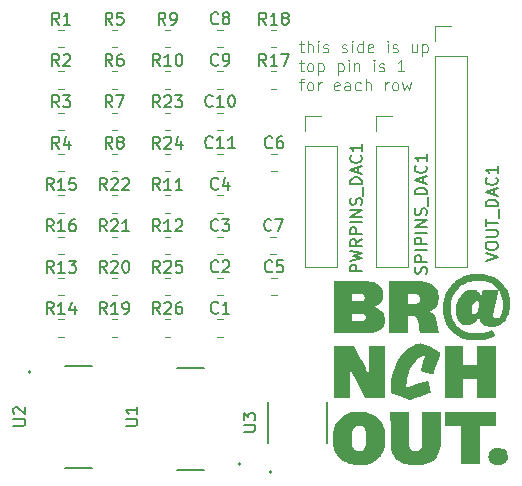
<source format=gbr>
%TF.GenerationSoftware,KiCad,Pcbnew,8.0.4*%
%TF.CreationDate,2024-08-16T22:28:16+02:00*%
%TF.ProjectId,breakout_dac,62726561-6b6f-4757-945f-6461632e6b69,1.1*%
%TF.SameCoordinates,Original*%
%TF.FileFunction,Legend,Top*%
%TF.FilePolarity,Positive*%
%FSLAX46Y46*%
G04 Gerber Fmt 4.6, Leading zero omitted, Abs format (unit mm)*
G04 Created by KiCad (PCBNEW 8.0.4) date 2024-08-16 22:28:16*
%MOMM*%
%LPD*%
G01*
G04 APERTURE LIST*
%ADD10C,0.100000*%
%ADD11C,0.150000*%
%ADD12C,0.127000*%
%ADD13C,0.200000*%
%ADD14C,0.120000*%
%ADD15C,0.000000*%
G04 APERTURE END LIST*
D10*
X83661027Y-91985864D02*
X84041979Y-91985864D01*
X83803884Y-91652531D02*
X83803884Y-92509673D01*
X83803884Y-92509673D02*
X83851503Y-92604912D01*
X83851503Y-92604912D02*
X83946741Y-92652531D01*
X83946741Y-92652531D02*
X84041979Y-92652531D01*
X84375313Y-92652531D02*
X84375313Y-91652531D01*
X84803884Y-92652531D02*
X84803884Y-92128721D01*
X84803884Y-92128721D02*
X84756265Y-92033483D01*
X84756265Y-92033483D02*
X84661027Y-91985864D01*
X84661027Y-91985864D02*
X84518170Y-91985864D01*
X84518170Y-91985864D02*
X84422932Y-92033483D01*
X84422932Y-92033483D02*
X84375313Y-92081102D01*
X85280075Y-92652531D02*
X85280075Y-91985864D01*
X85280075Y-91652531D02*
X85232456Y-91700150D01*
X85232456Y-91700150D02*
X85280075Y-91747769D01*
X85280075Y-91747769D02*
X85327694Y-91700150D01*
X85327694Y-91700150D02*
X85280075Y-91652531D01*
X85280075Y-91652531D02*
X85280075Y-91747769D01*
X85708646Y-92604912D02*
X85803884Y-92652531D01*
X85803884Y-92652531D02*
X85994360Y-92652531D01*
X85994360Y-92652531D02*
X86089598Y-92604912D01*
X86089598Y-92604912D02*
X86137217Y-92509673D01*
X86137217Y-92509673D02*
X86137217Y-92462054D01*
X86137217Y-92462054D02*
X86089598Y-92366816D01*
X86089598Y-92366816D02*
X85994360Y-92319197D01*
X85994360Y-92319197D02*
X85851503Y-92319197D01*
X85851503Y-92319197D02*
X85756265Y-92271578D01*
X85756265Y-92271578D02*
X85708646Y-92176340D01*
X85708646Y-92176340D02*
X85708646Y-92128721D01*
X85708646Y-92128721D02*
X85756265Y-92033483D01*
X85756265Y-92033483D02*
X85851503Y-91985864D01*
X85851503Y-91985864D02*
X85994360Y-91985864D01*
X85994360Y-91985864D02*
X86089598Y-92033483D01*
X87280075Y-92604912D02*
X87375313Y-92652531D01*
X87375313Y-92652531D02*
X87565789Y-92652531D01*
X87565789Y-92652531D02*
X87661027Y-92604912D01*
X87661027Y-92604912D02*
X87708646Y-92509673D01*
X87708646Y-92509673D02*
X87708646Y-92462054D01*
X87708646Y-92462054D02*
X87661027Y-92366816D01*
X87661027Y-92366816D02*
X87565789Y-92319197D01*
X87565789Y-92319197D02*
X87422932Y-92319197D01*
X87422932Y-92319197D02*
X87327694Y-92271578D01*
X87327694Y-92271578D02*
X87280075Y-92176340D01*
X87280075Y-92176340D02*
X87280075Y-92128721D01*
X87280075Y-92128721D02*
X87327694Y-92033483D01*
X87327694Y-92033483D02*
X87422932Y-91985864D01*
X87422932Y-91985864D02*
X87565789Y-91985864D01*
X87565789Y-91985864D02*
X87661027Y-92033483D01*
X88137218Y-92652531D02*
X88137218Y-91985864D01*
X88137218Y-91652531D02*
X88089599Y-91700150D01*
X88089599Y-91700150D02*
X88137218Y-91747769D01*
X88137218Y-91747769D02*
X88184837Y-91700150D01*
X88184837Y-91700150D02*
X88137218Y-91652531D01*
X88137218Y-91652531D02*
X88137218Y-91747769D01*
X89041979Y-92652531D02*
X89041979Y-91652531D01*
X89041979Y-92604912D02*
X88946741Y-92652531D01*
X88946741Y-92652531D02*
X88756265Y-92652531D01*
X88756265Y-92652531D02*
X88661027Y-92604912D01*
X88661027Y-92604912D02*
X88613408Y-92557292D01*
X88613408Y-92557292D02*
X88565789Y-92462054D01*
X88565789Y-92462054D02*
X88565789Y-92176340D01*
X88565789Y-92176340D02*
X88613408Y-92081102D01*
X88613408Y-92081102D02*
X88661027Y-92033483D01*
X88661027Y-92033483D02*
X88756265Y-91985864D01*
X88756265Y-91985864D02*
X88946741Y-91985864D01*
X88946741Y-91985864D02*
X89041979Y-92033483D01*
X89899122Y-92604912D02*
X89803884Y-92652531D01*
X89803884Y-92652531D02*
X89613408Y-92652531D01*
X89613408Y-92652531D02*
X89518170Y-92604912D01*
X89518170Y-92604912D02*
X89470551Y-92509673D01*
X89470551Y-92509673D02*
X89470551Y-92128721D01*
X89470551Y-92128721D02*
X89518170Y-92033483D01*
X89518170Y-92033483D02*
X89613408Y-91985864D01*
X89613408Y-91985864D02*
X89803884Y-91985864D01*
X89803884Y-91985864D02*
X89899122Y-92033483D01*
X89899122Y-92033483D02*
X89946741Y-92128721D01*
X89946741Y-92128721D02*
X89946741Y-92223959D01*
X89946741Y-92223959D02*
X89470551Y-92319197D01*
X91137218Y-92652531D02*
X91137218Y-91985864D01*
X91137218Y-91652531D02*
X91089599Y-91700150D01*
X91089599Y-91700150D02*
X91137218Y-91747769D01*
X91137218Y-91747769D02*
X91184837Y-91700150D01*
X91184837Y-91700150D02*
X91137218Y-91652531D01*
X91137218Y-91652531D02*
X91137218Y-91747769D01*
X91565789Y-92604912D02*
X91661027Y-92652531D01*
X91661027Y-92652531D02*
X91851503Y-92652531D01*
X91851503Y-92652531D02*
X91946741Y-92604912D01*
X91946741Y-92604912D02*
X91994360Y-92509673D01*
X91994360Y-92509673D02*
X91994360Y-92462054D01*
X91994360Y-92462054D02*
X91946741Y-92366816D01*
X91946741Y-92366816D02*
X91851503Y-92319197D01*
X91851503Y-92319197D02*
X91708646Y-92319197D01*
X91708646Y-92319197D02*
X91613408Y-92271578D01*
X91613408Y-92271578D02*
X91565789Y-92176340D01*
X91565789Y-92176340D02*
X91565789Y-92128721D01*
X91565789Y-92128721D02*
X91613408Y-92033483D01*
X91613408Y-92033483D02*
X91708646Y-91985864D01*
X91708646Y-91985864D02*
X91851503Y-91985864D01*
X91851503Y-91985864D02*
X91946741Y-92033483D01*
X93613408Y-91985864D02*
X93613408Y-92652531D01*
X93184837Y-91985864D02*
X93184837Y-92509673D01*
X93184837Y-92509673D02*
X93232456Y-92604912D01*
X93232456Y-92604912D02*
X93327694Y-92652531D01*
X93327694Y-92652531D02*
X93470551Y-92652531D01*
X93470551Y-92652531D02*
X93565789Y-92604912D01*
X93565789Y-92604912D02*
X93613408Y-92557292D01*
X94089599Y-91985864D02*
X94089599Y-92985864D01*
X94089599Y-92033483D02*
X94184837Y-91985864D01*
X94184837Y-91985864D02*
X94375313Y-91985864D01*
X94375313Y-91985864D02*
X94470551Y-92033483D01*
X94470551Y-92033483D02*
X94518170Y-92081102D01*
X94518170Y-92081102D02*
X94565789Y-92176340D01*
X94565789Y-92176340D02*
X94565789Y-92462054D01*
X94565789Y-92462054D02*
X94518170Y-92557292D01*
X94518170Y-92557292D02*
X94470551Y-92604912D01*
X94470551Y-92604912D02*
X94375313Y-92652531D01*
X94375313Y-92652531D02*
X94184837Y-92652531D01*
X94184837Y-92652531D02*
X94089599Y-92604912D01*
X83661027Y-93595808D02*
X84041979Y-93595808D01*
X83803884Y-93262475D02*
X83803884Y-94119617D01*
X83803884Y-94119617D02*
X83851503Y-94214856D01*
X83851503Y-94214856D02*
X83946741Y-94262475D01*
X83946741Y-94262475D02*
X84041979Y-94262475D01*
X84518170Y-94262475D02*
X84422932Y-94214856D01*
X84422932Y-94214856D02*
X84375313Y-94167236D01*
X84375313Y-94167236D02*
X84327694Y-94071998D01*
X84327694Y-94071998D02*
X84327694Y-93786284D01*
X84327694Y-93786284D02*
X84375313Y-93691046D01*
X84375313Y-93691046D02*
X84422932Y-93643427D01*
X84422932Y-93643427D02*
X84518170Y-93595808D01*
X84518170Y-93595808D02*
X84661027Y-93595808D01*
X84661027Y-93595808D02*
X84756265Y-93643427D01*
X84756265Y-93643427D02*
X84803884Y-93691046D01*
X84803884Y-93691046D02*
X84851503Y-93786284D01*
X84851503Y-93786284D02*
X84851503Y-94071998D01*
X84851503Y-94071998D02*
X84803884Y-94167236D01*
X84803884Y-94167236D02*
X84756265Y-94214856D01*
X84756265Y-94214856D02*
X84661027Y-94262475D01*
X84661027Y-94262475D02*
X84518170Y-94262475D01*
X85280075Y-93595808D02*
X85280075Y-94595808D01*
X85280075Y-93643427D02*
X85375313Y-93595808D01*
X85375313Y-93595808D02*
X85565789Y-93595808D01*
X85565789Y-93595808D02*
X85661027Y-93643427D01*
X85661027Y-93643427D02*
X85708646Y-93691046D01*
X85708646Y-93691046D02*
X85756265Y-93786284D01*
X85756265Y-93786284D02*
X85756265Y-94071998D01*
X85756265Y-94071998D02*
X85708646Y-94167236D01*
X85708646Y-94167236D02*
X85661027Y-94214856D01*
X85661027Y-94214856D02*
X85565789Y-94262475D01*
X85565789Y-94262475D02*
X85375313Y-94262475D01*
X85375313Y-94262475D02*
X85280075Y-94214856D01*
X86946742Y-93595808D02*
X86946742Y-94595808D01*
X86946742Y-93643427D02*
X87041980Y-93595808D01*
X87041980Y-93595808D02*
X87232456Y-93595808D01*
X87232456Y-93595808D02*
X87327694Y-93643427D01*
X87327694Y-93643427D02*
X87375313Y-93691046D01*
X87375313Y-93691046D02*
X87422932Y-93786284D01*
X87422932Y-93786284D02*
X87422932Y-94071998D01*
X87422932Y-94071998D02*
X87375313Y-94167236D01*
X87375313Y-94167236D02*
X87327694Y-94214856D01*
X87327694Y-94214856D02*
X87232456Y-94262475D01*
X87232456Y-94262475D02*
X87041980Y-94262475D01*
X87041980Y-94262475D02*
X86946742Y-94214856D01*
X87851504Y-94262475D02*
X87851504Y-93595808D01*
X87851504Y-93262475D02*
X87803885Y-93310094D01*
X87803885Y-93310094D02*
X87851504Y-93357713D01*
X87851504Y-93357713D02*
X87899123Y-93310094D01*
X87899123Y-93310094D02*
X87851504Y-93262475D01*
X87851504Y-93262475D02*
X87851504Y-93357713D01*
X88327694Y-93595808D02*
X88327694Y-94262475D01*
X88327694Y-93691046D02*
X88375313Y-93643427D01*
X88375313Y-93643427D02*
X88470551Y-93595808D01*
X88470551Y-93595808D02*
X88613408Y-93595808D01*
X88613408Y-93595808D02*
X88708646Y-93643427D01*
X88708646Y-93643427D02*
X88756265Y-93738665D01*
X88756265Y-93738665D02*
X88756265Y-94262475D01*
X89994361Y-94262475D02*
X89994361Y-93595808D01*
X89994361Y-93262475D02*
X89946742Y-93310094D01*
X89946742Y-93310094D02*
X89994361Y-93357713D01*
X89994361Y-93357713D02*
X90041980Y-93310094D01*
X90041980Y-93310094D02*
X89994361Y-93262475D01*
X89994361Y-93262475D02*
X89994361Y-93357713D01*
X90422932Y-94214856D02*
X90518170Y-94262475D01*
X90518170Y-94262475D02*
X90708646Y-94262475D01*
X90708646Y-94262475D02*
X90803884Y-94214856D01*
X90803884Y-94214856D02*
X90851503Y-94119617D01*
X90851503Y-94119617D02*
X90851503Y-94071998D01*
X90851503Y-94071998D02*
X90803884Y-93976760D01*
X90803884Y-93976760D02*
X90708646Y-93929141D01*
X90708646Y-93929141D02*
X90565789Y-93929141D01*
X90565789Y-93929141D02*
X90470551Y-93881522D01*
X90470551Y-93881522D02*
X90422932Y-93786284D01*
X90422932Y-93786284D02*
X90422932Y-93738665D01*
X90422932Y-93738665D02*
X90470551Y-93643427D01*
X90470551Y-93643427D02*
X90565789Y-93595808D01*
X90565789Y-93595808D02*
X90708646Y-93595808D01*
X90708646Y-93595808D02*
X90803884Y-93643427D01*
X92565789Y-94262475D02*
X91994361Y-94262475D01*
X92280075Y-94262475D02*
X92280075Y-93262475D01*
X92280075Y-93262475D02*
X92184837Y-93405332D01*
X92184837Y-93405332D02*
X92089599Y-93500570D01*
X92089599Y-93500570D02*
X91994361Y-93548189D01*
X83661027Y-95205752D02*
X84041979Y-95205752D01*
X83803884Y-95872419D02*
X83803884Y-95015276D01*
X83803884Y-95015276D02*
X83851503Y-94920038D01*
X83851503Y-94920038D02*
X83946741Y-94872419D01*
X83946741Y-94872419D02*
X84041979Y-94872419D01*
X84518170Y-95872419D02*
X84422932Y-95824800D01*
X84422932Y-95824800D02*
X84375313Y-95777180D01*
X84375313Y-95777180D02*
X84327694Y-95681942D01*
X84327694Y-95681942D02*
X84327694Y-95396228D01*
X84327694Y-95396228D02*
X84375313Y-95300990D01*
X84375313Y-95300990D02*
X84422932Y-95253371D01*
X84422932Y-95253371D02*
X84518170Y-95205752D01*
X84518170Y-95205752D02*
X84661027Y-95205752D01*
X84661027Y-95205752D02*
X84756265Y-95253371D01*
X84756265Y-95253371D02*
X84803884Y-95300990D01*
X84803884Y-95300990D02*
X84851503Y-95396228D01*
X84851503Y-95396228D02*
X84851503Y-95681942D01*
X84851503Y-95681942D02*
X84803884Y-95777180D01*
X84803884Y-95777180D02*
X84756265Y-95824800D01*
X84756265Y-95824800D02*
X84661027Y-95872419D01*
X84661027Y-95872419D02*
X84518170Y-95872419D01*
X85280075Y-95872419D02*
X85280075Y-95205752D01*
X85280075Y-95396228D02*
X85327694Y-95300990D01*
X85327694Y-95300990D02*
X85375313Y-95253371D01*
X85375313Y-95253371D02*
X85470551Y-95205752D01*
X85470551Y-95205752D02*
X85565789Y-95205752D01*
X87041980Y-95824800D02*
X86946742Y-95872419D01*
X86946742Y-95872419D02*
X86756266Y-95872419D01*
X86756266Y-95872419D02*
X86661028Y-95824800D01*
X86661028Y-95824800D02*
X86613409Y-95729561D01*
X86613409Y-95729561D02*
X86613409Y-95348609D01*
X86613409Y-95348609D02*
X86661028Y-95253371D01*
X86661028Y-95253371D02*
X86756266Y-95205752D01*
X86756266Y-95205752D02*
X86946742Y-95205752D01*
X86946742Y-95205752D02*
X87041980Y-95253371D01*
X87041980Y-95253371D02*
X87089599Y-95348609D01*
X87089599Y-95348609D02*
X87089599Y-95443847D01*
X87089599Y-95443847D02*
X86613409Y-95539085D01*
X87946742Y-95872419D02*
X87946742Y-95348609D01*
X87946742Y-95348609D02*
X87899123Y-95253371D01*
X87899123Y-95253371D02*
X87803885Y-95205752D01*
X87803885Y-95205752D02*
X87613409Y-95205752D01*
X87613409Y-95205752D02*
X87518171Y-95253371D01*
X87946742Y-95824800D02*
X87851504Y-95872419D01*
X87851504Y-95872419D02*
X87613409Y-95872419D01*
X87613409Y-95872419D02*
X87518171Y-95824800D01*
X87518171Y-95824800D02*
X87470552Y-95729561D01*
X87470552Y-95729561D02*
X87470552Y-95634323D01*
X87470552Y-95634323D02*
X87518171Y-95539085D01*
X87518171Y-95539085D02*
X87613409Y-95491466D01*
X87613409Y-95491466D02*
X87851504Y-95491466D01*
X87851504Y-95491466D02*
X87946742Y-95443847D01*
X88851504Y-95824800D02*
X88756266Y-95872419D01*
X88756266Y-95872419D02*
X88565790Y-95872419D01*
X88565790Y-95872419D02*
X88470552Y-95824800D01*
X88470552Y-95824800D02*
X88422933Y-95777180D01*
X88422933Y-95777180D02*
X88375314Y-95681942D01*
X88375314Y-95681942D02*
X88375314Y-95396228D01*
X88375314Y-95396228D02*
X88422933Y-95300990D01*
X88422933Y-95300990D02*
X88470552Y-95253371D01*
X88470552Y-95253371D02*
X88565790Y-95205752D01*
X88565790Y-95205752D02*
X88756266Y-95205752D01*
X88756266Y-95205752D02*
X88851504Y-95253371D01*
X89280076Y-95872419D02*
X89280076Y-94872419D01*
X89708647Y-95872419D02*
X89708647Y-95348609D01*
X89708647Y-95348609D02*
X89661028Y-95253371D01*
X89661028Y-95253371D02*
X89565790Y-95205752D01*
X89565790Y-95205752D02*
X89422933Y-95205752D01*
X89422933Y-95205752D02*
X89327695Y-95253371D01*
X89327695Y-95253371D02*
X89280076Y-95300990D01*
X90946743Y-95872419D02*
X90946743Y-95205752D01*
X90946743Y-95396228D02*
X90994362Y-95300990D01*
X90994362Y-95300990D02*
X91041981Y-95253371D01*
X91041981Y-95253371D02*
X91137219Y-95205752D01*
X91137219Y-95205752D02*
X91232457Y-95205752D01*
X91708648Y-95872419D02*
X91613410Y-95824800D01*
X91613410Y-95824800D02*
X91565791Y-95777180D01*
X91565791Y-95777180D02*
X91518172Y-95681942D01*
X91518172Y-95681942D02*
X91518172Y-95396228D01*
X91518172Y-95396228D02*
X91565791Y-95300990D01*
X91565791Y-95300990D02*
X91613410Y-95253371D01*
X91613410Y-95253371D02*
X91708648Y-95205752D01*
X91708648Y-95205752D02*
X91851505Y-95205752D01*
X91851505Y-95205752D02*
X91946743Y-95253371D01*
X91946743Y-95253371D02*
X91994362Y-95300990D01*
X91994362Y-95300990D02*
X92041981Y-95396228D01*
X92041981Y-95396228D02*
X92041981Y-95681942D01*
X92041981Y-95681942D02*
X91994362Y-95777180D01*
X91994362Y-95777180D02*
X91946743Y-95824800D01*
X91946743Y-95824800D02*
X91851505Y-95872419D01*
X91851505Y-95872419D02*
X91708648Y-95872419D01*
X92375315Y-95205752D02*
X92565791Y-95872419D01*
X92565791Y-95872419D02*
X92756267Y-95396228D01*
X92756267Y-95396228D02*
X92946743Y-95872419D01*
X92946743Y-95872419D02*
X93137219Y-95205752D01*
D11*
X68954819Y-124261904D02*
X69764342Y-124261904D01*
X69764342Y-124261904D02*
X69859580Y-124214285D01*
X69859580Y-124214285D02*
X69907200Y-124166666D01*
X69907200Y-124166666D02*
X69954819Y-124071428D01*
X69954819Y-124071428D02*
X69954819Y-123880952D01*
X69954819Y-123880952D02*
X69907200Y-123785714D01*
X69907200Y-123785714D02*
X69859580Y-123738095D01*
X69859580Y-123738095D02*
X69764342Y-123690476D01*
X69764342Y-123690476D02*
X68954819Y-123690476D01*
X69954819Y-122690476D02*
X69954819Y-123261904D01*
X69954819Y-122976190D02*
X68954819Y-122976190D01*
X68954819Y-122976190D02*
X69097676Y-123071428D01*
X69097676Y-123071428D02*
X69192914Y-123166666D01*
X69192914Y-123166666D02*
X69240533Y-123261904D01*
X67357142Y-104304819D02*
X67023809Y-103828628D01*
X66785714Y-104304819D02*
X66785714Y-103304819D01*
X66785714Y-103304819D02*
X67166666Y-103304819D01*
X67166666Y-103304819D02*
X67261904Y-103352438D01*
X67261904Y-103352438D02*
X67309523Y-103400057D01*
X67309523Y-103400057D02*
X67357142Y-103495295D01*
X67357142Y-103495295D02*
X67357142Y-103638152D01*
X67357142Y-103638152D02*
X67309523Y-103733390D01*
X67309523Y-103733390D02*
X67261904Y-103781009D01*
X67261904Y-103781009D02*
X67166666Y-103828628D01*
X67166666Y-103828628D02*
X66785714Y-103828628D01*
X67738095Y-103400057D02*
X67785714Y-103352438D01*
X67785714Y-103352438D02*
X67880952Y-103304819D01*
X67880952Y-103304819D02*
X68119047Y-103304819D01*
X68119047Y-103304819D02*
X68214285Y-103352438D01*
X68214285Y-103352438D02*
X68261904Y-103400057D01*
X68261904Y-103400057D02*
X68309523Y-103495295D01*
X68309523Y-103495295D02*
X68309523Y-103590533D01*
X68309523Y-103590533D02*
X68261904Y-103733390D01*
X68261904Y-103733390D02*
X67690476Y-104304819D01*
X67690476Y-104304819D02*
X68309523Y-104304819D01*
X68690476Y-103400057D02*
X68738095Y-103352438D01*
X68738095Y-103352438D02*
X68833333Y-103304819D01*
X68833333Y-103304819D02*
X69071428Y-103304819D01*
X69071428Y-103304819D02*
X69166666Y-103352438D01*
X69166666Y-103352438D02*
X69214285Y-103400057D01*
X69214285Y-103400057D02*
X69261904Y-103495295D01*
X69261904Y-103495295D02*
X69261904Y-103590533D01*
X69261904Y-103590533D02*
X69214285Y-103733390D01*
X69214285Y-103733390D02*
X68642857Y-104304819D01*
X68642857Y-104304819D02*
X69261904Y-104304819D01*
X67357142Y-111304819D02*
X67023809Y-110828628D01*
X66785714Y-111304819D02*
X66785714Y-110304819D01*
X66785714Y-110304819D02*
X67166666Y-110304819D01*
X67166666Y-110304819D02*
X67261904Y-110352438D01*
X67261904Y-110352438D02*
X67309523Y-110400057D01*
X67309523Y-110400057D02*
X67357142Y-110495295D01*
X67357142Y-110495295D02*
X67357142Y-110638152D01*
X67357142Y-110638152D02*
X67309523Y-110733390D01*
X67309523Y-110733390D02*
X67261904Y-110781009D01*
X67261904Y-110781009D02*
X67166666Y-110828628D01*
X67166666Y-110828628D02*
X66785714Y-110828628D01*
X67738095Y-110400057D02*
X67785714Y-110352438D01*
X67785714Y-110352438D02*
X67880952Y-110304819D01*
X67880952Y-110304819D02*
X68119047Y-110304819D01*
X68119047Y-110304819D02*
X68214285Y-110352438D01*
X68214285Y-110352438D02*
X68261904Y-110400057D01*
X68261904Y-110400057D02*
X68309523Y-110495295D01*
X68309523Y-110495295D02*
X68309523Y-110590533D01*
X68309523Y-110590533D02*
X68261904Y-110733390D01*
X68261904Y-110733390D02*
X67690476Y-111304819D01*
X67690476Y-111304819D02*
X68309523Y-111304819D01*
X68928571Y-110304819D02*
X69023809Y-110304819D01*
X69023809Y-110304819D02*
X69119047Y-110352438D01*
X69119047Y-110352438D02*
X69166666Y-110400057D01*
X69166666Y-110400057D02*
X69214285Y-110495295D01*
X69214285Y-110495295D02*
X69261904Y-110685771D01*
X69261904Y-110685771D02*
X69261904Y-110923866D01*
X69261904Y-110923866D02*
X69214285Y-111114342D01*
X69214285Y-111114342D02*
X69166666Y-111209580D01*
X69166666Y-111209580D02*
X69119047Y-111257200D01*
X69119047Y-111257200D02*
X69023809Y-111304819D01*
X69023809Y-111304819D02*
X68928571Y-111304819D01*
X68928571Y-111304819D02*
X68833333Y-111257200D01*
X68833333Y-111257200D02*
X68785714Y-111209580D01*
X68785714Y-111209580D02*
X68738095Y-111114342D01*
X68738095Y-111114342D02*
X68690476Y-110923866D01*
X68690476Y-110923866D02*
X68690476Y-110685771D01*
X68690476Y-110685771D02*
X68738095Y-110495295D01*
X68738095Y-110495295D02*
X68785714Y-110400057D01*
X68785714Y-110400057D02*
X68833333Y-110352438D01*
X68833333Y-110352438D02*
X68928571Y-110304819D01*
X76795833Y-93679580D02*
X76748214Y-93727200D01*
X76748214Y-93727200D02*
X76605357Y-93774819D01*
X76605357Y-93774819D02*
X76510119Y-93774819D01*
X76510119Y-93774819D02*
X76367262Y-93727200D01*
X76367262Y-93727200D02*
X76272024Y-93631961D01*
X76272024Y-93631961D02*
X76224405Y-93536723D01*
X76224405Y-93536723D02*
X76176786Y-93346247D01*
X76176786Y-93346247D02*
X76176786Y-93203390D01*
X76176786Y-93203390D02*
X76224405Y-93012914D01*
X76224405Y-93012914D02*
X76272024Y-92917676D01*
X76272024Y-92917676D02*
X76367262Y-92822438D01*
X76367262Y-92822438D02*
X76510119Y-92774819D01*
X76510119Y-92774819D02*
X76605357Y-92774819D01*
X76605357Y-92774819D02*
X76748214Y-92822438D01*
X76748214Y-92822438D02*
X76795833Y-92870057D01*
X77272024Y-93774819D02*
X77462500Y-93774819D01*
X77462500Y-93774819D02*
X77557738Y-93727200D01*
X77557738Y-93727200D02*
X77605357Y-93679580D01*
X77605357Y-93679580D02*
X77700595Y-93536723D01*
X77700595Y-93536723D02*
X77748214Y-93346247D01*
X77748214Y-93346247D02*
X77748214Y-92965295D01*
X77748214Y-92965295D02*
X77700595Y-92870057D01*
X77700595Y-92870057D02*
X77652976Y-92822438D01*
X77652976Y-92822438D02*
X77557738Y-92774819D01*
X77557738Y-92774819D02*
X77367262Y-92774819D01*
X77367262Y-92774819D02*
X77272024Y-92822438D01*
X77272024Y-92822438D02*
X77224405Y-92870057D01*
X77224405Y-92870057D02*
X77176786Y-92965295D01*
X77176786Y-92965295D02*
X77176786Y-93203390D01*
X77176786Y-93203390D02*
X77224405Y-93298628D01*
X77224405Y-93298628D02*
X77272024Y-93346247D01*
X77272024Y-93346247D02*
X77367262Y-93393866D01*
X77367262Y-93393866D02*
X77557738Y-93393866D01*
X77557738Y-93393866D02*
X77652976Y-93346247D01*
X77652976Y-93346247D02*
X77700595Y-93298628D01*
X77700595Y-93298628D02*
X77748214Y-93203390D01*
X67357142Y-114804819D02*
X67023809Y-114328628D01*
X66785714Y-114804819D02*
X66785714Y-113804819D01*
X66785714Y-113804819D02*
X67166666Y-113804819D01*
X67166666Y-113804819D02*
X67261904Y-113852438D01*
X67261904Y-113852438D02*
X67309523Y-113900057D01*
X67309523Y-113900057D02*
X67357142Y-113995295D01*
X67357142Y-113995295D02*
X67357142Y-114138152D01*
X67357142Y-114138152D02*
X67309523Y-114233390D01*
X67309523Y-114233390D02*
X67261904Y-114281009D01*
X67261904Y-114281009D02*
X67166666Y-114328628D01*
X67166666Y-114328628D02*
X66785714Y-114328628D01*
X68309523Y-114804819D02*
X67738095Y-114804819D01*
X68023809Y-114804819D02*
X68023809Y-113804819D01*
X68023809Y-113804819D02*
X67928571Y-113947676D01*
X67928571Y-113947676D02*
X67833333Y-114042914D01*
X67833333Y-114042914D02*
X67738095Y-114090533D01*
X68785714Y-114804819D02*
X68976190Y-114804819D01*
X68976190Y-114804819D02*
X69071428Y-114757200D01*
X69071428Y-114757200D02*
X69119047Y-114709580D01*
X69119047Y-114709580D02*
X69214285Y-114566723D01*
X69214285Y-114566723D02*
X69261904Y-114376247D01*
X69261904Y-114376247D02*
X69261904Y-113995295D01*
X69261904Y-113995295D02*
X69214285Y-113900057D01*
X69214285Y-113900057D02*
X69166666Y-113852438D01*
X69166666Y-113852438D02*
X69071428Y-113804819D01*
X69071428Y-113804819D02*
X68880952Y-113804819D01*
X68880952Y-113804819D02*
X68785714Y-113852438D01*
X68785714Y-113852438D02*
X68738095Y-113900057D01*
X68738095Y-113900057D02*
X68690476Y-113995295D01*
X68690476Y-113995295D02*
X68690476Y-114233390D01*
X68690476Y-114233390D02*
X68738095Y-114328628D01*
X68738095Y-114328628D02*
X68785714Y-114376247D01*
X68785714Y-114376247D02*
X68880952Y-114423866D01*
X68880952Y-114423866D02*
X69071428Y-114423866D01*
X69071428Y-114423866D02*
X69166666Y-114376247D01*
X69166666Y-114376247D02*
X69214285Y-114328628D01*
X69214285Y-114328628D02*
X69261904Y-114233390D01*
X76795833Y-90179580D02*
X76748214Y-90227200D01*
X76748214Y-90227200D02*
X76605357Y-90274819D01*
X76605357Y-90274819D02*
X76510119Y-90274819D01*
X76510119Y-90274819D02*
X76367262Y-90227200D01*
X76367262Y-90227200D02*
X76272024Y-90131961D01*
X76272024Y-90131961D02*
X76224405Y-90036723D01*
X76224405Y-90036723D02*
X76176786Y-89846247D01*
X76176786Y-89846247D02*
X76176786Y-89703390D01*
X76176786Y-89703390D02*
X76224405Y-89512914D01*
X76224405Y-89512914D02*
X76272024Y-89417676D01*
X76272024Y-89417676D02*
X76367262Y-89322438D01*
X76367262Y-89322438D02*
X76510119Y-89274819D01*
X76510119Y-89274819D02*
X76605357Y-89274819D01*
X76605357Y-89274819D02*
X76748214Y-89322438D01*
X76748214Y-89322438D02*
X76795833Y-89370057D01*
X77367262Y-89703390D02*
X77272024Y-89655771D01*
X77272024Y-89655771D02*
X77224405Y-89608152D01*
X77224405Y-89608152D02*
X77176786Y-89512914D01*
X77176786Y-89512914D02*
X77176786Y-89465295D01*
X77176786Y-89465295D02*
X77224405Y-89370057D01*
X77224405Y-89370057D02*
X77272024Y-89322438D01*
X77272024Y-89322438D02*
X77367262Y-89274819D01*
X77367262Y-89274819D02*
X77557738Y-89274819D01*
X77557738Y-89274819D02*
X77652976Y-89322438D01*
X77652976Y-89322438D02*
X77700595Y-89370057D01*
X77700595Y-89370057D02*
X77748214Y-89465295D01*
X77748214Y-89465295D02*
X77748214Y-89512914D01*
X77748214Y-89512914D02*
X77700595Y-89608152D01*
X77700595Y-89608152D02*
X77652976Y-89655771D01*
X77652976Y-89655771D02*
X77557738Y-89703390D01*
X77557738Y-89703390D02*
X77367262Y-89703390D01*
X77367262Y-89703390D02*
X77272024Y-89751009D01*
X77272024Y-89751009D02*
X77224405Y-89798628D01*
X77224405Y-89798628D02*
X77176786Y-89893866D01*
X77176786Y-89893866D02*
X77176786Y-90084342D01*
X77176786Y-90084342D02*
X77224405Y-90179580D01*
X77224405Y-90179580D02*
X77272024Y-90227200D01*
X77272024Y-90227200D02*
X77367262Y-90274819D01*
X77367262Y-90274819D02*
X77557738Y-90274819D01*
X77557738Y-90274819D02*
X77652976Y-90227200D01*
X77652976Y-90227200D02*
X77700595Y-90179580D01*
X77700595Y-90179580D02*
X77748214Y-90084342D01*
X77748214Y-90084342D02*
X77748214Y-89893866D01*
X77748214Y-89893866D02*
X77700595Y-89798628D01*
X77700595Y-89798628D02*
X77652976Y-89751009D01*
X77652976Y-89751009D02*
X77557738Y-89703390D01*
X62857142Y-114804819D02*
X62523809Y-114328628D01*
X62285714Y-114804819D02*
X62285714Y-113804819D01*
X62285714Y-113804819D02*
X62666666Y-113804819D01*
X62666666Y-113804819D02*
X62761904Y-113852438D01*
X62761904Y-113852438D02*
X62809523Y-113900057D01*
X62809523Y-113900057D02*
X62857142Y-113995295D01*
X62857142Y-113995295D02*
X62857142Y-114138152D01*
X62857142Y-114138152D02*
X62809523Y-114233390D01*
X62809523Y-114233390D02*
X62761904Y-114281009D01*
X62761904Y-114281009D02*
X62666666Y-114328628D01*
X62666666Y-114328628D02*
X62285714Y-114328628D01*
X63809523Y-114804819D02*
X63238095Y-114804819D01*
X63523809Y-114804819D02*
X63523809Y-113804819D01*
X63523809Y-113804819D02*
X63428571Y-113947676D01*
X63428571Y-113947676D02*
X63333333Y-114042914D01*
X63333333Y-114042914D02*
X63238095Y-114090533D01*
X64666666Y-114138152D02*
X64666666Y-114804819D01*
X64428571Y-113757200D02*
X64190476Y-114471485D01*
X64190476Y-114471485D02*
X64809523Y-114471485D01*
X59454819Y-124261904D02*
X60264342Y-124261904D01*
X60264342Y-124261904D02*
X60359580Y-124214285D01*
X60359580Y-124214285D02*
X60407200Y-124166666D01*
X60407200Y-124166666D02*
X60454819Y-124071428D01*
X60454819Y-124071428D02*
X60454819Y-123880952D01*
X60454819Y-123880952D02*
X60407200Y-123785714D01*
X60407200Y-123785714D02*
X60359580Y-123738095D01*
X60359580Y-123738095D02*
X60264342Y-123690476D01*
X60264342Y-123690476D02*
X59454819Y-123690476D01*
X59550057Y-123261904D02*
X59502438Y-123214285D01*
X59502438Y-123214285D02*
X59454819Y-123119047D01*
X59454819Y-123119047D02*
X59454819Y-122880952D01*
X59454819Y-122880952D02*
X59502438Y-122785714D01*
X59502438Y-122785714D02*
X59550057Y-122738095D01*
X59550057Y-122738095D02*
X59645295Y-122690476D01*
X59645295Y-122690476D02*
X59740533Y-122690476D01*
X59740533Y-122690476D02*
X59883390Y-122738095D01*
X59883390Y-122738095D02*
X60454819Y-123309523D01*
X60454819Y-123309523D02*
X60454819Y-122690476D01*
X80857142Y-90304819D02*
X80523809Y-89828628D01*
X80285714Y-90304819D02*
X80285714Y-89304819D01*
X80285714Y-89304819D02*
X80666666Y-89304819D01*
X80666666Y-89304819D02*
X80761904Y-89352438D01*
X80761904Y-89352438D02*
X80809523Y-89400057D01*
X80809523Y-89400057D02*
X80857142Y-89495295D01*
X80857142Y-89495295D02*
X80857142Y-89638152D01*
X80857142Y-89638152D02*
X80809523Y-89733390D01*
X80809523Y-89733390D02*
X80761904Y-89781009D01*
X80761904Y-89781009D02*
X80666666Y-89828628D01*
X80666666Y-89828628D02*
X80285714Y-89828628D01*
X81809523Y-90304819D02*
X81238095Y-90304819D01*
X81523809Y-90304819D02*
X81523809Y-89304819D01*
X81523809Y-89304819D02*
X81428571Y-89447676D01*
X81428571Y-89447676D02*
X81333333Y-89542914D01*
X81333333Y-89542914D02*
X81238095Y-89590533D01*
X82380952Y-89733390D02*
X82285714Y-89685771D01*
X82285714Y-89685771D02*
X82238095Y-89638152D01*
X82238095Y-89638152D02*
X82190476Y-89542914D01*
X82190476Y-89542914D02*
X82190476Y-89495295D01*
X82190476Y-89495295D02*
X82238095Y-89400057D01*
X82238095Y-89400057D02*
X82285714Y-89352438D01*
X82285714Y-89352438D02*
X82380952Y-89304819D01*
X82380952Y-89304819D02*
X82571428Y-89304819D01*
X82571428Y-89304819D02*
X82666666Y-89352438D01*
X82666666Y-89352438D02*
X82714285Y-89400057D01*
X82714285Y-89400057D02*
X82761904Y-89495295D01*
X82761904Y-89495295D02*
X82761904Y-89542914D01*
X82761904Y-89542914D02*
X82714285Y-89638152D01*
X82714285Y-89638152D02*
X82666666Y-89685771D01*
X82666666Y-89685771D02*
X82571428Y-89733390D01*
X82571428Y-89733390D02*
X82380952Y-89733390D01*
X82380952Y-89733390D02*
X82285714Y-89781009D01*
X82285714Y-89781009D02*
X82238095Y-89828628D01*
X82238095Y-89828628D02*
X82190476Y-89923866D01*
X82190476Y-89923866D02*
X82190476Y-90114342D01*
X82190476Y-90114342D02*
X82238095Y-90209580D01*
X82238095Y-90209580D02*
X82285714Y-90257200D01*
X82285714Y-90257200D02*
X82380952Y-90304819D01*
X82380952Y-90304819D02*
X82571428Y-90304819D01*
X82571428Y-90304819D02*
X82666666Y-90257200D01*
X82666666Y-90257200D02*
X82714285Y-90209580D01*
X82714285Y-90209580D02*
X82761904Y-90114342D01*
X82761904Y-90114342D02*
X82761904Y-89923866D01*
X82761904Y-89923866D02*
X82714285Y-89828628D01*
X82714285Y-89828628D02*
X82666666Y-89781009D01*
X82666666Y-89781009D02*
X82571428Y-89733390D01*
X71857142Y-111304819D02*
X71523809Y-110828628D01*
X71285714Y-111304819D02*
X71285714Y-110304819D01*
X71285714Y-110304819D02*
X71666666Y-110304819D01*
X71666666Y-110304819D02*
X71761904Y-110352438D01*
X71761904Y-110352438D02*
X71809523Y-110400057D01*
X71809523Y-110400057D02*
X71857142Y-110495295D01*
X71857142Y-110495295D02*
X71857142Y-110638152D01*
X71857142Y-110638152D02*
X71809523Y-110733390D01*
X71809523Y-110733390D02*
X71761904Y-110781009D01*
X71761904Y-110781009D02*
X71666666Y-110828628D01*
X71666666Y-110828628D02*
X71285714Y-110828628D01*
X72238095Y-110400057D02*
X72285714Y-110352438D01*
X72285714Y-110352438D02*
X72380952Y-110304819D01*
X72380952Y-110304819D02*
X72619047Y-110304819D01*
X72619047Y-110304819D02*
X72714285Y-110352438D01*
X72714285Y-110352438D02*
X72761904Y-110400057D01*
X72761904Y-110400057D02*
X72809523Y-110495295D01*
X72809523Y-110495295D02*
X72809523Y-110590533D01*
X72809523Y-110590533D02*
X72761904Y-110733390D01*
X72761904Y-110733390D02*
X72190476Y-111304819D01*
X72190476Y-111304819D02*
X72809523Y-111304819D01*
X73714285Y-110304819D02*
X73238095Y-110304819D01*
X73238095Y-110304819D02*
X73190476Y-110781009D01*
X73190476Y-110781009D02*
X73238095Y-110733390D01*
X73238095Y-110733390D02*
X73333333Y-110685771D01*
X73333333Y-110685771D02*
X73571428Y-110685771D01*
X73571428Y-110685771D02*
X73666666Y-110733390D01*
X73666666Y-110733390D02*
X73714285Y-110781009D01*
X73714285Y-110781009D02*
X73761904Y-110876247D01*
X73761904Y-110876247D02*
X73761904Y-111114342D01*
X73761904Y-111114342D02*
X73714285Y-111209580D01*
X73714285Y-111209580D02*
X73666666Y-111257200D01*
X73666666Y-111257200D02*
X73571428Y-111304819D01*
X73571428Y-111304819D02*
X73333333Y-111304819D01*
X73333333Y-111304819D02*
X73238095Y-111257200D01*
X73238095Y-111257200D02*
X73190476Y-111209580D01*
X63333333Y-90304819D02*
X63000000Y-89828628D01*
X62761905Y-90304819D02*
X62761905Y-89304819D01*
X62761905Y-89304819D02*
X63142857Y-89304819D01*
X63142857Y-89304819D02*
X63238095Y-89352438D01*
X63238095Y-89352438D02*
X63285714Y-89400057D01*
X63285714Y-89400057D02*
X63333333Y-89495295D01*
X63333333Y-89495295D02*
X63333333Y-89638152D01*
X63333333Y-89638152D02*
X63285714Y-89733390D01*
X63285714Y-89733390D02*
X63238095Y-89781009D01*
X63238095Y-89781009D02*
X63142857Y-89828628D01*
X63142857Y-89828628D02*
X62761905Y-89828628D01*
X64285714Y-90304819D02*
X63714286Y-90304819D01*
X64000000Y-90304819D02*
X64000000Y-89304819D01*
X64000000Y-89304819D02*
X63904762Y-89447676D01*
X63904762Y-89447676D02*
X63809524Y-89542914D01*
X63809524Y-89542914D02*
X63714286Y-89590533D01*
X88954819Y-111197142D02*
X87954819Y-111197142D01*
X87954819Y-111197142D02*
X87954819Y-110816190D01*
X87954819Y-110816190D02*
X88002438Y-110720952D01*
X88002438Y-110720952D02*
X88050057Y-110673333D01*
X88050057Y-110673333D02*
X88145295Y-110625714D01*
X88145295Y-110625714D02*
X88288152Y-110625714D01*
X88288152Y-110625714D02*
X88383390Y-110673333D01*
X88383390Y-110673333D02*
X88431009Y-110720952D01*
X88431009Y-110720952D02*
X88478628Y-110816190D01*
X88478628Y-110816190D02*
X88478628Y-111197142D01*
X87954819Y-110292380D02*
X88954819Y-110054285D01*
X88954819Y-110054285D02*
X88240533Y-109863809D01*
X88240533Y-109863809D02*
X88954819Y-109673333D01*
X88954819Y-109673333D02*
X87954819Y-109435238D01*
X88954819Y-108482857D02*
X88478628Y-108816190D01*
X88954819Y-109054285D02*
X87954819Y-109054285D01*
X87954819Y-109054285D02*
X87954819Y-108673333D01*
X87954819Y-108673333D02*
X88002438Y-108578095D01*
X88002438Y-108578095D02*
X88050057Y-108530476D01*
X88050057Y-108530476D02*
X88145295Y-108482857D01*
X88145295Y-108482857D02*
X88288152Y-108482857D01*
X88288152Y-108482857D02*
X88383390Y-108530476D01*
X88383390Y-108530476D02*
X88431009Y-108578095D01*
X88431009Y-108578095D02*
X88478628Y-108673333D01*
X88478628Y-108673333D02*
X88478628Y-109054285D01*
X88954819Y-108054285D02*
X87954819Y-108054285D01*
X87954819Y-108054285D02*
X87954819Y-107673333D01*
X87954819Y-107673333D02*
X88002438Y-107578095D01*
X88002438Y-107578095D02*
X88050057Y-107530476D01*
X88050057Y-107530476D02*
X88145295Y-107482857D01*
X88145295Y-107482857D02*
X88288152Y-107482857D01*
X88288152Y-107482857D02*
X88383390Y-107530476D01*
X88383390Y-107530476D02*
X88431009Y-107578095D01*
X88431009Y-107578095D02*
X88478628Y-107673333D01*
X88478628Y-107673333D02*
X88478628Y-108054285D01*
X88954819Y-107054285D02*
X87954819Y-107054285D01*
X88954819Y-106578095D02*
X87954819Y-106578095D01*
X87954819Y-106578095D02*
X88954819Y-106006667D01*
X88954819Y-106006667D02*
X87954819Y-106006667D01*
X88907200Y-105578095D02*
X88954819Y-105435238D01*
X88954819Y-105435238D02*
X88954819Y-105197143D01*
X88954819Y-105197143D02*
X88907200Y-105101905D01*
X88907200Y-105101905D02*
X88859580Y-105054286D01*
X88859580Y-105054286D02*
X88764342Y-105006667D01*
X88764342Y-105006667D02*
X88669104Y-105006667D01*
X88669104Y-105006667D02*
X88573866Y-105054286D01*
X88573866Y-105054286D02*
X88526247Y-105101905D01*
X88526247Y-105101905D02*
X88478628Y-105197143D01*
X88478628Y-105197143D02*
X88431009Y-105387619D01*
X88431009Y-105387619D02*
X88383390Y-105482857D01*
X88383390Y-105482857D02*
X88335771Y-105530476D01*
X88335771Y-105530476D02*
X88240533Y-105578095D01*
X88240533Y-105578095D02*
X88145295Y-105578095D01*
X88145295Y-105578095D02*
X88050057Y-105530476D01*
X88050057Y-105530476D02*
X88002438Y-105482857D01*
X88002438Y-105482857D02*
X87954819Y-105387619D01*
X87954819Y-105387619D02*
X87954819Y-105149524D01*
X87954819Y-105149524D02*
X88002438Y-105006667D01*
X89050057Y-104816191D02*
X89050057Y-104054286D01*
X88954819Y-103816190D02*
X87954819Y-103816190D01*
X87954819Y-103816190D02*
X87954819Y-103578095D01*
X87954819Y-103578095D02*
X88002438Y-103435238D01*
X88002438Y-103435238D02*
X88097676Y-103340000D01*
X88097676Y-103340000D02*
X88192914Y-103292381D01*
X88192914Y-103292381D02*
X88383390Y-103244762D01*
X88383390Y-103244762D02*
X88526247Y-103244762D01*
X88526247Y-103244762D02*
X88716723Y-103292381D01*
X88716723Y-103292381D02*
X88811961Y-103340000D01*
X88811961Y-103340000D02*
X88907200Y-103435238D01*
X88907200Y-103435238D02*
X88954819Y-103578095D01*
X88954819Y-103578095D02*
X88954819Y-103816190D01*
X88669104Y-102863809D02*
X88669104Y-102387619D01*
X88954819Y-102959047D02*
X87954819Y-102625714D01*
X87954819Y-102625714D02*
X88954819Y-102292381D01*
X88859580Y-101387619D02*
X88907200Y-101435238D01*
X88907200Y-101435238D02*
X88954819Y-101578095D01*
X88954819Y-101578095D02*
X88954819Y-101673333D01*
X88954819Y-101673333D02*
X88907200Y-101816190D01*
X88907200Y-101816190D02*
X88811961Y-101911428D01*
X88811961Y-101911428D02*
X88716723Y-101959047D01*
X88716723Y-101959047D02*
X88526247Y-102006666D01*
X88526247Y-102006666D02*
X88383390Y-102006666D01*
X88383390Y-102006666D02*
X88192914Y-101959047D01*
X88192914Y-101959047D02*
X88097676Y-101911428D01*
X88097676Y-101911428D02*
X88002438Y-101816190D01*
X88002438Y-101816190D02*
X87954819Y-101673333D01*
X87954819Y-101673333D02*
X87954819Y-101578095D01*
X87954819Y-101578095D02*
X88002438Y-101435238D01*
X88002438Y-101435238D02*
X88050057Y-101387619D01*
X88954819Y-100435238D02*
X88954819Y-101006666D01*
X88954819Y-100720952D02*
X87954819Y-100720952D01*
X87954819Y-100720952D02*
X88097676Y-100816190D01*
X88097676Y-100816190D02*
X88192914Y-100911428D01*
X88192914Y-100911428D02*
X88240533Y-101006666D01*
X76795833Y-111179580D02*
X76748214Y-111227200D01*
X76748214Y-111227200D02*
X76605357Y-111274819D01*
X76605357Y-111274819D02*
X76510119Y-111274819D01*
X76510119Y-111274819D02*
X76367262Y-111227200D01*
X76367262Y-111227200D02*
X76272024Y-111131961D01*
X76272024Y-111131961D02*
X76224405Y-111036723D01*
X76224405Y-111036723D02*
X76176786Y-110846247D01*
X76176786Y-110846247D02*
X76176786Y-110703390D01*
X76176786Y-110703390D02*
X76224405Y-110512914D01*
X76224405Y-110512914D02*
X76272024Y-110417676D01*
X76272024Y-110417676D02*
X76367262Y-110322438D01*
X76367262Y-110322438D02*
X76510119Y-110274819D01*
X76510119Y-110274819D02*
X76605357Y-110274819D01*
X76605357Y-110274819D02*
X76748214Y-110322438D01*
X76748214Y-110322438D02*
X76795833Y-110370057D01*
X77176786Y-110370057D02*
X77224405Y-110322438D01*
X77224405Y-110322438D02*
X77319643Y-110274819D01*
X77319643Y-110274819D02*
X77557738Y-110274819D01*
X77557738Y-110274819D02*
X77652976Y-110322438D01*
X77652976Y-110322438D02*
X77700595Y-110370057D01*
X77700595Y-110370057D02*
X77748214Y-110465295D01*
X77748214Y-110465295D02*
X77748214Y-110560533D01*
X77748214Y-110560533D02*
X77700595Y-110703390D01*
X77700595Y-110703390D02*
X77129167Y-111274819D01*
X77129167Y-111274819D02*
X77748214Y-111274819D01*
X76319642Y-97179580D02*
X76272023Y-97227200D01*
X76272023Y-97227200D02*
X76129166Y-97274819D01*
X76129166Y-97274819D02*
X76033928Y-97274819D01*
X76033928Y-97274819D02*
X75891071Y-97227200D01*
X75891071Y-97227200D02*
X75795833Y-97131961D01*
X75795833Y-97131961D02*
X75748214Y-97036723D01*
X75748214Y-97036723D02*
X75700595Y-96846247D01*
X75700595Y-96846247D02*
X75700595Y-96703390D01*
X75700595Y-96703390D02*
X75748214Y-96512914D01*
X75748214Y-96512914D02*
X75795833Y-96417676D01*
X75795833Y-96417676D02*
X75891071Y-96322438D01*
X75891071Y-96322438D02*
X76033928Y-96274819D01*
X76033928Y-96274819D02*
X76129166Y-96274819D01*
X76129166Y-96274819D02*
X76272023Y-96322438D01*
X76272023Y-96322438D02*
X76319642Y-96370057D01*
X77272023Y-97274819D02*
X76700595Y-97274819D01*
X76986309Y-97274819D02*
X76986309Y-96274819D01*
X76986309Y-96274819D02*
X76891071Y-96417676D01*
X76891071Y-96417676D02*
X76795833Y-96512914D01*
X76795833Y-96512914D02*
X76700595Y-96560533D01*
X77891071Y-96274819D02*
X77986309Y-96274819D01*
X77986309Y-96274819D02*
X78081547Y-96322438D01*
X78081547Y-96322438D02*
X78129166Y-96370057D01*
X78129166Y-96370057D02*
X78176785Y-96465295D01*
X78176785Y-96465295D02*
X78224404Y-96655771D01*
X78224404Y-96655771D02*
X78224404Y-96893866D01*
X78224404Y-96893866D02*
X78176785Y-97084342D01*
X78176785Y-97084342D02*
X78129166Y-97179580D01*
X78129166Y-97179580D02*
X78081547Y-97227200D01*
X78081547Y-97227200D02*
X77986309Y-97274819D01*
X77986309Y-97274819D02*
X77891071Y-97274819D01*
X77891071Y-97274819D02*
X77795833Y-97227200D01*
X77795833Y-97227200D02*
X77748214Y-97179580D01*
X77748214Y-97179580D02*
X77700595Y-97084342D01*
X77700595Y-97084342D02*
X77652976Y-96893866D01*
X77652976Y-96893866D02*
X77652976Y-96655771D01*
X77652976Y-96655771D02*
X77700595Y-96465295D01*
X77700595Y-96465295D02*
X77748214Y-96370057D01*
X77748214Y-96370057D02*
X77795833Y-96322438D01*
X77795833Y-96322438D02*
X77891071Y-96274819D01*
X80857142Y-93804819D02*
X80523809Y-93328628D01*
X80285714Y-93804819D02*
X80285714Y-92804819D01*
X80285714Y-92804819D02*
X80666666Y-92804819D01*
X80666666Y-92804819D02*
X80761904Y-92852438D01*
X80761904Y-92852438D02*
X80809523Y-92900057D01*
X80809523Y-92900057D02*
X80857142Y-92995295D01*
X80857142Y-92995295D02*
X80857142Y-93138152D01*
X80857142Y-93138152D02*
X80809523Y-93233390D01*
X80809523Y-93233390D02*
X80761904Y-93281009D01*
X80761904Y-93281009D02*
X80666666Y-93328628D01*
X80666666Y-93328628D02*
X80285714Y-93328628D01*
X81809523Y-93804819D02*
X81238095Y-93804819D01*
X81523809Y-93804819D02*
X81523809Y-92804819D01*
X81523809Y-92804819D02*
X81428571Y-92947676D01*
X81428571Y-92947676D02*
X81333333Y-93042914D01*
X81333333Y-93042914D02*
X81238095Y-93090533D01*
X82142857Y-92804819D02*
X82809523Y-92804819D01*
X82809523Y-92804819D02*
X82380952Y-93804819D01*
X67833333Y-100804819D02*
X67500000Y-100328628D01*
X67261905Y-100804819D02*
X67261905Y-99804819D01*
X67261905Y-99804819D02*
X67642857Y-99804819D01*
X67642857Y-99804819D02*
X67738095Y-99852438D01*
X67738095Y-99852438D02*
X67785714Y-99900057D01*
X67785714Y-99900057D02*
X67833333Y-99995295D01*
X67833333Y-99995295D02*
X67833333Y-100138152D01*
X67833333Y-100138152D02*
X67785714Y-100233390D01*
X67785714Y-100233390D02*
X67738095Y-100281009D01*
X67738095Y-100281009D02*
X67642857Y-100328628D01*
X67642857Y-100328628D02*
X67261905Y-100328628D01*
X68404762Y-100233390D02*
X68309524Y-100185771D01*
X68309524Y-100185771D02*
X68261905Y-100138152D01*
X68261905Y-100138152D02*
X68214286Y-100042914D01*
X68214286Y-100042914D02*
X68214286Y-99995295D01*
X68214286Y-99995295D02*
X68261905Y-99900057D01*
X68261905Y-99900057D02*
X68309524Y-99852438D01*
X68309524Y-99852438D02*
X68404762Y-99804819D01*
X68404762Y-99804819D02*
X68595238Y-99804819D01*
X68595238Y-99804819D02*
X68690476Y-99852438D01*
X68690476Y-99852438D02*
X68738095Y-99900057D01*
X68738095Y-99900057D02*
X68785714Y-99995295D01*
X68785714Y-99995295D02*
X68785714Y-100042914D01*
X68785714Y-100042914D02*
X68738095Y-100138152D01*
X68738095Y-100138152D02*
X68690476Y-100185771D01*
X68690476Y-100185771D02*
X68595238Y-100233390D01*
X68595238Y-100233390D02*
X68404762Y-100233390D01*
X68404762Y-100233390D02*
X68309524Y-100281009D01*
X68309524Y-100281009D02*
X68261905Y-100328628D01*
X68261905Y-100328628D02*
X68214286Y-100423866D01*
X68214286Y-100423866D02*
X68214286Y-100614342D01*
X68214286Y-100614342D02*
X68261905Y-100709580D01*
X68261905Y-100709580D02*
X68309524Y-100757200D01*
X68309524Y-100757200D02*
X68404762Y-100804819D01*
X68404762Y-100804819D02*
X68595238Y-100804819D01*
X68595238Y-100804819D02*
X68690476Y-100757200D01*
X68690476Y-100757200D02*
X68738095Y-100709580D01*
X68738095Y-100709580D02*
X68785714Y-100614342D01*
X68785714Y-100614342D02*
X68785714Y-100423866D01*
X68785714Y-100423866D02*
X68738095Y-100328628D01*
X68738095Y-100328628D02*
X68690476Y-100281009D01*
X68690476Y-100281009D02*
X68595238Y-100233390D01*
X71857142Y-100804819D02*
X71523809Y-100328628D01*
X71285714Y-100804819D02*
X71285714Y-99804819D01*
X71285714Y-99804819D02*
X71666666Y-99804819D01*
X71666666Y-99804819D02*
X71761904Y-99852438D01*
X71761904Y-99852438D02*
X71809523Y-99900057D01*
X71809523Y-99900057D02*
X71857142Y-99995295D01*
X71857142Y-99995295D02*
X71857142Y-100138152D01*
X71857142Y-100138152D02*
X71809523Y-100233390D01*
X71809523Y-100233390D02*
X71761904Y-100281009D01*
X71761904Y-100281009D02*
X71666666Y-100328628D01*
X71666666Y-100328628D02*
X71285714Y-100328628D01*
X72238095Y-99900057D02*
X72285714Y-99852438D01*
X72285714Y-99852438D02*
X72380952Y-99804819D01*
X72380952Y-99804819D02*
X72619047Y-99804819D01*
X72619047Y-99804819D02*
X72714285Y-99852438D01*
X72714285Y-99852438D02*
X72761904Y-99900057D01*
X72761904Y-99900057D02*
X72809523Y-99995295D01*
X72809523Y-99995295D02*
X72809523Y-100090533D01*
X72809523Y-100090533D02*
X72761904Y-100233390D01*
X72761904Y-100233390D02*
X72190476Y-100804819D01*
X72190476Y-100804819D02*
X72809523Y-100804819D01*
X73666666Y-100138152D02*
X73666666Y-100804819D01*
X73428571Y-99757200D02*
X73190476Y-100471485D01*
X73190476Y-100471485D02*
X73809523Y-100471485D01*
X67833333Y-90304819D02*
X67500000Y-89828628D01*
X67261905Y-90304819D02*
X67261905Y-89304819D01*
X67261905Y-89304819D02*
X67642857Y-89304819D01*
X67642857Y-89304819D02*
X67738095Y-89352438D01*
X67738095Y-89352438D02*
X67785714Y-89400057D01*
X67785714Y-89400057D02*
X67833333Y-89495295D01*
X67833333Y-89495295D02*
X67833333Y-89638152D01*
X67833333Y-89638152D02*
X67785714Y-89733390D01*
X67785714Y-89733390D02*
X67738095Y-89781009D01*
X67738095Y-89781009D02*
X67642857Y-89828628D01*
X67642857Y-89828628D02*
X67261905Y-89828628D01*
X68738095Y-89304819D02*
X68261905Y-89304819D01*
X68261905Y-89304819D02*
X68214286Y-89781009D01*
X68214286Y-89781009D02*
X68261905Y-89733390D01*
X68261905Y-89733390D02*
X68357143Y-89685771D01*
X68357143Y-89685771D02*
X68595238Y-89685771D01*
X68595238Y-89685771D02*
X68690476Y-89733390D01*
X68690476Y-89733390D02*
X68738095Y-89781009D01*
X68738095Y-89781009D02*
X68785714Y-89876247D01*
X68785714Y-89876247D02*
X68785714Y-90114342D01*
X68785714Y-90114342D02*
X68738095Y-90209580D01*
X68738095Y-90209580D02*
X68690476Y-90257200D01*
X68690476Y-90257200D02*
X68595238Y-90304819D01*
X68595238Y-90304819D02*
X68357143Y-90304819D01*
X68357143Y-90304819D02*
X68261905Y-90257200D01*
X68261905Y-90257200D02*
X68214286Y-90209580D01*
X76795833Y-114679580D02*
X76748214Y-114727200D01*
X76748214Y-114727200D02*
X76605357Y-114774819D01*
X76605357Y-114774819D02*
X76510119Y-114774819D01*
X76510119Y-114774819D02*
X76367262Y-114727200D01*
X76367262Y-114727200D02*
X76272024Y-114631961D01*
X76272024Y-114631961D02*
X76224405Y-114536723D01*
X76224405Y-114536723D02*
X76176786Y-114346247D01*
X76176786Y-114346247D02*
X76176786Y-114203390D01*
X76176786Y-114203390D02*
X76224405Y-114012914D01*
X76224405Y-114012914D02*
X76272024Y-113917676D01*
X76272024Y-113917676D02*
X76367262Y-113822438D01*
X76367262Y-113822438D02*
X76510119Y-113774819D01*
X76510119Y-113774819D02*
X76605357Y-113774819D01*
X76605357Y-113774819D02*
X76748214Y-113822438D01*
X76748214Y-113822438D02*
X76795833Y-113870057D01*
X77748214Y-114774819D02*
X77176786Y-114774819D01*
X77462500Y-114774819D02*
X77462500Y-113774819D01*
X77462500Y-113774819D02*
X77367262Y-113917676D01*
X77367262Y-113917676D02*
X77272024Y-114012914D01*
X77272024Y-114012914D02*
X77176786Y-114060533D01*
X67833333Y-97304819D02*
X67500000Y-96828628D01*
X67261905Y-97304819D02*
X67261905Y-96304819D01*
X67261905Y-96304819D02*
X67642857Y-96304819D01*
X67642857Y-96304819D02*
X67738095Y-96352438D01*
X67738095Y-96352438D02*
X67785714Y-96400057D01*
X67785714Y-96400057D02*
X67833333Y-96495295D01*
X67833333Y-96495295D02*
X67833333Y-96638152D01*
X67833333Y-96638152D02*
X67785714Y-96733390D01*
X67785714Y-96733390D02*
X67738095Y-96781009D01*
X67738095Y-96781009D02*
X67642857Y-96828628D01*
X67642857Y-96828628D02*
X67261905Y-96828628D01*
X68166667Y-96304819D02*
X68833333Y-96304819D01*
X68833333Y-96304819D02*
X68404762Y-97304819D01*
X71857142Y-114804819D02*
X71523809Y-114328628D01*
X71285714Y-114804819D02*
X71285714Y-113804819D01*
X71285714Y-113804819D02*
X71666666Y-113804819D01*
X71666666Y-113804819D02*
X71761904Y-113852438D01*
X71761904Y-113852438D02*
X71809523Y-113900057D01*
X71809523Y-113900057D02*
X71857142Y-113995295D01*
X71857142Y-113995295D02*
X71857142Y-114138152D01*
X71857142Y-114138152D02*
X71809523Y-114233390D01*
X71809523Y-114233390D02*
X71761904Y-114281009D01*
X71761904Y-114281009D02*
X71666666Y-114328628D01*
X71666666Y-114328628D02*
X71285714Y-114328628D01*
X72238095Y-113900057D02*
X72285714Y-113852438D01*
X72285714Y-113852438D02*
X72380952Y-113804819D01*
X72380952Y-113804819D02*
X72619047Y-113804819D01*
X72619047Y-113804819D02*
X72714285Y-113852438D01*
X72714285Y-113852438D02*
X72761904Y-113900057D01*
X72761904Y-113900057D02*
X72809523Y-113995295D01*
X72809523Y-113995295D02*
X72809523Y-114090533D01*
X72809523Y-114090533D02*
X72761904Y-114233390D01*
X72761904Y-114233390D02*
X72190476Y-114804819D01*
X72190476Y-114804819D02*
X72809523Y-114804819D01*
X73666666Y-113804819D02*
X73476190Y-113804819D01*
X73476190Y-113804819D02*
X73380952Y-113852438D01*
X73380952Y-113852438D02*
X73333333Y-113900057D01*
X73333333Y-113900057D02*
X73238095Y-114042914D01*
X73238095Y-114042914D02*
X73190476Y-114233390D01*
X73190476Y-114233390D02*
X73190476Y-114614342D01*
X73190476Y-114614342D02*
X73238095Y-114709580D01*
X73238095Y-114709580D02*
X73285714Y-114757200D01*
X73285714Y-114757200D02*
X73380952Y-114804819D01*
X73380952Y-114804819D02*
X73571428Y-114804819D01*
X73571428Y-114804819D02*
X73666666Y-114757200D01*
X73666666Y-114757200D02*
X73714285Y-114709580D01*
X73714285Y-114709580D02*
X73761904Y-114614342D01*
X73761904Y-114614342D02*
X73761904Y-114376247D01*
X73761904Y-114376247D02*
X73714285Y-114281009D01*
X73714285Y-114281009D02*
X73666666Y-114233390D01*
X73666666Y-114233390D02*
X73571428Y-114185771D01*
X73571428Y-114185771D02*
X73380952Y-114185771D01*
X73380952Y-114185771D02*
X73285714Y-114233390D01*
X73285714Y-114233390D02*
X73238095Y-114281009D01*
X73238095Y-114281009D02*
X73190476Y-114376247D01*
X63333333Y-100804819D02*
X63000000Y-100328628D01*
X62761905Y-100804819D02*
X62761905Y-99804819D01*
X62761905Y-99804819D02*
X63142857Y-99804819D01*
X63142857Y-99804819D02*
X63238095Y-99852438D01*
X63238095Y-99852438D02*
X63285714Y-99900057D01*
X63285714Y-99900057D02*
X63333333Y-99995295D01*
X63333333Y-99995295D02*
X63333333Y-100138152D01*
X63333333Y-100138152D02*
X63285714Y-100233390D01*
X63285714Y-100233390D02*
X63238095Y-100281009D01*
X63238095Y-100281009D02*
X63142857Y-100328628D01*
X63142857Y-100328628D02*
X62761905Y-100328628D01*
X64190476Y-100138152D02*
X64190476Y-100804819D01*
X63952381Y-99757200D02*
X63714286Y-100471485D01*
X63714286Y-100471485D02*
X64333333Y-100471485D01*
X72333333Y-90304819D02*
X72000000Y-89828628D01*
X71761905Y-90304819D02*
X71761905Y-89304819D01*
X71761905Y-89304819D02*
X72142857Y-89304819D01*
X72142857Y-89304819D02*
X72238095Y-89352438D01*
X72238095Y-89352438D02*
X72285714Y-89400057D01*
X72285714Y-89400057D02*
X72333333Y-89495295D01*
X72333333Y-89495295D02*
X72333333Y-89638152D01*
X72333333Y-89638152D02*
X72285714Y-89733390D01*
X72285714Y-89733390D02*
X72238095Y-89781009D01*
X72238095Y-89781009D02*
X72142857Y-89828628D01*
X72142857Y-89828628D02*
X71761905Y-89828628D01*
X72809524Y-90304819D02*
X73000000Y-90304819D01*
X73000000Y-90304819D02*
X73095238Y-90257200D01*
X73095238Y-90257200D02*
X73142857Y-90209580D01*
X73142857Y-90209580D02*
X73238095Y-90066723D01*
X73238095Y-90066723D02*
X73285714Y-89876247D01*
X73285714Y-89876247D02*
X73285714Y-89495295D01*
X73285714Y-89495295D02*
X73238095Y-89400057D01*
X73238095Y-89400057D02*
X73190476Y-89352438D01*
X73190476Y-89352438D02*
X73095238Y-89304819D01*
X73095238Y-89304819D02*
X72904762Y-89304819D01*
X72904762Y-89304819D02*
X72809524Y-89352438D01*
X72809524Y-89352438D02*
X72761905Y-89400057D01*
X72761905Y-89400057D02*
X72714286Y-89495295D01*
X72714286Y-89495295D02*
X72714286Y-89733390D01*
X72714286Y-89733390D02*
X72761905Y-89828628D01*
X72761905Y-89828628D02*
X72809524Y-89876247D01*
X72809524Y-89876247D02*
X72904762Y-89923866D01*
X72904762Y-89923866D02*
X73095238Y-89923866D01*
X73095238Y-89923866D02*
X73190476Y-89876247D01*
X73190476Y-89876247D02*
X73238095Y-89828628D01*
X73238095Y-89828628D02*
X73285714Y-89733390D01*
X62857142Y-107804819D02*
X62523809Y-107328628D01*
X62285714Y-107804819D02*
X62285714Y-106804819D01*
X62285714Y-106804819D02*
X62666666Y-106804819D01*
X62666666Y-106804819D02*
X62761904Y-106852438D01*
X62761904Y-106852438D02*
X62809523Y-106900057D01*
X62809523Y-106900057D02*
X62857142Y-106995295D01*
X62857142Y-106995295D02*
X62857142Y-107138152D01*
X62857142Y-107138152D02*
X62809523Y-107233390D01*
X62809523Y-107233390D02*
X62761904Y-107281009D01*
X62761904Y-107281009D02*
X62666666Y-107328628D01*
X62666666Y-107328628D02*
X62285714Y-107328628D01*
X63809523Y-107804819D02*
X63238095Y-107804819D01*
X63523809Y-107804819D02*
X63523809Y-106804819D01*
X63523809Y-106804819D02*
X63428571Y-106947676D01*
X63428571Y-106947676D02*
X63333333Y-107042914D01*
X63333333Y-107042914D02*
X63238095Y-107090533D01*
X64666666Y-106804819D02*
X64476190Y-106804819D01*
X64476190Y-106804819D02*
X64380952Y-106852438D01*
X64380952Y-106852438D02*
X64333333Y-106900057D01*
X64333333Y-106900057D02*
X64238095Y-107042914D01*
X64238095Y-107042914D02*
X64190476Y-107233390D01*
X64190476Y-107233390D02*
X64190476Y-107614342D01*
X64190476Y-107614342D02*
X64238095Y-107709580D01*
X64238095Y-107709580D02*
X64285714Y-107757200D01*
X64285714Y-107757200D02*
X64380952Y-107804819D01*
X64380952Y-107804819D02*
X64571428Y-107804819D01*
X64571428Y-107804819D02*
X64666666Y-107757200D01*
X64666666Y-107757200D02*
X64714285Y-107709580D01*
X64714285Y-107709580D02*
X64761904Y-107614342D01*
X64761904Y-107614342D02*
X64761904Y-107376247D01*
X64761904Y-107376247D02*
X64714285Y-107281009D01*
X64714285Y-107281009D02*
X64666666Y-107233390D01*
X64666666Y-107233390D02*
X64571428Y-107185771D01*
X64571428Y-107185771D02*
X64380952Y-107185771D01*
X64380952Y-107185771D02*
X64285714Y-107233390D01*
X64285714Y-107233390D02*
X64238095Y-107281009D01*
X64238095Y-107281009D02*
X64190476Y-107376247D01*
X71857142Y-107804819D02*
X71523809Y-107328628D01*
X71285714Y-107804819D02*
X71285714Y-106804819D01*
X71285714Y-106804819D02*
X71666666Y-106804819D01*
X71666666Y-106804819D02*
X71761904Y-106852438D01*
X71761904Y-106852438D02*
X71809523Y-106900057D01*
X71809523Y-106900057D02*
X71857142Y-106995295D01*
X71857142Y-106995295D02*
X71857142Y-107138152D01*
X71857142Y-107138152D02*
X71809523Y-107233390D01*
X71809523Y-107233390D02*
X71761904Y-107281009D01*
X71761904Y-107281009D02*
X71666666Y-107328628D01*
X71666666Y-107328628D02*
X71285714Y-107328628D01*
X72809523Y-107804819D02*
X72238095Y-107804819D01*
X72523809Y-107804819D02*
X72523809Y-106804819D01*
X72523809Y-106804819D02*
X72428571Y-106947676D01*
X72428571Y-106947676D02*
X72333333Y-107042914D01*
X72333333Y-107042914D02*
X72238095Y-107090533D01*
X73190476Y-106900057D02*
X73238095Y-106852438D01*
X73238095Y-106852438D02*
X73333333Y-106804819D01*
X73333333Y-106804819D02*
X73571428Y-106804819D01*
X73571428Y-106804819D02*
X73666666Y-106852438D01*
X73666666Y-106852438D02*
X73714285Y-106900057D01*
X73714285Y-106900057D02*
X73761904Y-106995295D01*
X73761904Y-106995295D02*
X73761904Y-107090533D01*
X73761904Y-107090533D02*
X73714285Y-107233390D01*
X73714285Y-107233390D02*
X73142857Y-107804819D01*
X73142857Y-107804819D02*
X73761904Y-107804819D01*
X62857142Y-111304819D02*
X62523809Y-110828628D01*
X62285714Y-111304819D02*
X62285714Y-110304819D01*
X62285714Y-110304819D02*
X62666666Y-110304819D01*
X62666666Y-110304819D02*
X62761904Y-110352438D01*
X62761904Y-110352438D02*
X62809523Y-110400057D01*
X62809523Y-110400057D02*
X62857142Y-110495295D01*
X62857142Y-110495295D02*
X62857142Y-110638152D01*
X62857142Y-110638152D02*
X62809523Y-110733390D01*
X62809523Y-110733390D02*
X62761904Y-110781009D01*
X62761904Y-110781009D02*
X62666666Y-110828628D01*
X62666666Y-110828628D02*
X62285714Y-110828628D01*
X63809523Y-111304819D02*
X63238095Y-111304819D01*
X63523809Y-111304819D02*
X63523809Y-110304819D01*
X63523809Y-110304819D02*
X63428571Y-110447676D01*
X63428571Y-110447676D02*
X63333333Y-110542914D01*
X63333333Y-110542914D02*
X63238095Y-110590533D01*
X64142857Y-110304819D02*
X64761904Y-110304819D01*
X64761904Y-110304819D02*
X64428571Y-110685771D01*
X64428571Y-110685771D02*
X64571428Y-110685771D01*
X64571428Y-110685771D02*
X64666666Y-110733390D01*
X64666666Y-110733390D02*
X64714285Y-110781009D01*
X64714285Y-110781009D02*
X64761904Y-110876247D01*
X64761904Y-110876247D02*
X64761904Y-111114342D01*
X64761904Y-111114342D02*
X64714285Y-111209580D01*
X64714285Y-111209580D02*
X64666666Y-111257200D01*
X64666666Y-111257200D02*
X64571428Y-111304819D01*
X64571428Y-111304819D02*
X64285714Y-111304819D01*
X64285714Y-111304819D02*
X64190476Y-111257200D01*
X64190476Y-111257200D02*
X64142857Y-111209580D01*
X63333333Y-97304819D02*
X63000000Y-96828628D01*
X62761905Y-97304819D02*
X62761905Y-96304819D01*
X62761905Y-96304819D02*
X63142857Y-96304819D01*
X63142857Y-96304819D02*
X63238095Y-96352438D01*
X63238095Y-96352438D02*
X63285714Y-96400057D01*
X63285714Y-96400057D02*
X63333333Y-96495295D01*
X63333333Y-96495295D02*
X63333333Y-96638152D01*
X63333333Y-96638152D02*
X63285714Y-96733390D01*
X63285714Y-96733390D02*
X63238095Y-96781009D01*
X63238095Y-96781009D02*
X63142857Y-96828628D01*
X63142857Y-96828628D02*
X62761905Y-96828628D01*
X63666667Y-96304819D02*
X64285714Y-96304819D01*
X64285714Y-96304819D02*
X63952381Y-96685771D01*
X63952381Y-96685771D02*
X64095238Y-96685771D01*
X64095238Y-96685771D02*
X64190476Y-96733390D01*
X64190476Y-96733390D02*
X64238095Y-96781009D01*
X64238095Y-96781009D02*
X64285714Y-96876247D01*
X64285714Y-96876247D02*
X64285714Y-97114342D01*
X64285714Y-97114342D02*
X64238095Y-97209580D01*
X64238095Y-97209580D02*
X64190476Y-97257200D01*
X64190476Y-97257200D02*
X64095238Y-97304819D01*
X64095238Y-97304819D02*
X63809524Y-97304819D01*
X63809524Y-97304819D02*
X63714286Y-97257200D01*
X63714286Y-97257200D02*
X63666667Y-97209580D01*
X63333333Y-93804819D02*
X63000000Y-93328628D01*
X62761905Y-93804819D02*
X62761905Y-92804819D01*
X62761905Y-92804819D02*
X63142857Y-92804819D01*
X63142857Y-92804819D02*
X63238095Y-92852438D01*
X63238095Y-92852438D02*
X63285714Y-92900057D01*
X63285714Y-92900057D02*
X63333333Y-92995295D01*
X63333333Y-92995295D02*
X63333333Y-93138152D01*
X63333333Y-93138152D02*
X63285714Y-93233390D01*
X63285714Y-93233390D02*
X63238095Y-93281009D01*
X63238095Y-93281009D02*
X63142857Y-93328628D01*
X63142857Y-93328628D02*
X62761905Y-93328628D01*
X63714286Y-92900057D02*
X63761905Y-92852438D01*
X63761905Y-92852438D02*
X63857143Y-92804819D01*
X63857143Y-92804819D02*
X64095238Y-92804819D01*
X64095238Y-92804819D02*
X64190476Y-92852438D01*
X64190476Y-92852438D02*
X64238095Y-92900057D01*
X64238095Y-92900057D02*
X64285714Y-92995295D01*
X64285714Y-92995295D02*
X64285714Y-93090533D01*
X64285714Y-93090533D02*
X64238095Y-93233390D01*
X64238095Y-93233390D02*
X63666667Y-93804819D01*
X63666667Y-93804819D02*
X64285714Y-93804819D01*
X76795833Y-104179580D02*
X76748214Y-104227200D01*
X76748214Y-104227200D02*
X76605357Y-104274819D01*
X76605357Y-104274819D02*
X76510119Y-104274819D01*
X76510119Y-104274819D02*
X76367262Y-104227200D01*
X76367262Y-104227200D02*
X76272024Y-104131961D01*
X76272024Y-104131961D02*
X76224405Y-104036723D01*
X76224405Y-104036723D02*
X76176786Y-103846247D01*
X76176786Y-103846247D02*
X76176786Y-103703390D01*
X76176786Y-103703390D02*
X76224405Y-103512914D01*
X76224405Y-103512914D02*
X76272024Y-103417676D01*
X76272024Y-103417676D02*
X76367262Y-103322438D01*
X76367262Y-103322438D02*
X76510119Y-103274819D01*
X76510119Y-103274819D02*
X76605357Y-103274819D01*
X76605357Y-103274819D02*
X76748214Y-103322438D01*
X76748214Y-103322438D02*
X76795833Y-103370057D01*
X77652976Y-103608152D02*
X77652976Y-104274819D01*
X77414881Y-103227200D02*
X77176786Y-103941485D01*
X77176786Y-103941485D02*
X77795833Y-103941485D01*
X81370833Y-100679580D02*
X81323214Y-100727200D01*
X81323214Y-100727200D02*
X81180357Y-100774819D01*
X81180357Y-100774819D02*
X81085119Y-100774819D01*
X81085119Y-100774819D02*
X80942262Y-100727200D01*
X80942262Y-100727200D02*
X80847024Y-100631961D01*
X80847024Y-100631961D02*
X80799405Y-100536723D01*
X80799405Y-100536723D02*
X80751786Y-100346247D01*
X80751786Y-100346247D02*
X80751786Y-100203390D01*
X80751786Y-100203390D02*
X80799405Y-100012914D01*
X80799405Y-100012914D02*
X80847024Y-99917676D01*
X80847024Y-99917676D02*
X80942262Y-99822438D01*
X80942262Y-99822438D02*
X81085119Y-99774819D01*
X81085119Y-99774819D02*
X81180357Y-99774819D01*
X81180357Y-99774819D02*
X81323214Y-99822438D01*
X81323214Y-99822438D02*
X81370833Y-99870057D01*
X82227976Y-99774819D02*
X82037500Y-99774819D01*
X82037500Y-99774819D02*
X81942262Y-99822438D01*
X81942262Y-99822438D02*
X81894643Y-99870057D01*
X81894643Y-99870057D02*
X81799405Y-100012914D01*
X81799405Y-100012914D02*
X81751786Y-100203390D01*
X81751786Y-100203390D02*
X81751786Y-100584342D01*
X81751786Y-100584342D02*
X81799405Y-100679580D01*
X81799405Y-100679580D02*
X81847024Y-100727200D01*
X81847024Y-100727200D02*
X81942262Y-100774819D01*
X81942262Y-100774819D02*
X82132738Y-100774819D01*
X82132738Y-100774819D02*
X82227976Y-100727200D01*
X82227976Y-100727200D02*
X82275595Y-100679580D01*
X82275595Y-100679580D02*
X82323214Y-100584342D01*
X82323214Y-100584342D02*
X82323214Y-100346247D01*
X82323214Y-100346247D02*
X82275595Y-100251009D01*
X82275595Y-100251009D02*
X82227976Y-100203390D01*
X82227976Y-100203390D02*
X82132738Y-100155771D01*
X82132738Y-100155771D02*
X81942262Y-100155771D01*
X81942262Y-100155771D02*
X81847024Y-100203390D01*
X81847024Y-100203390D02*
X81799405Y-100251009D01*
X81799405Y-100251009D02*
X81751786Y-100346247D01*
X76319642Y-100679580D02*
X76272023Y-100727200D01*
X76272023Y-100727200D02*
X76129166Y-100774819D01*
X76129166Y-100774819D02*
X76033928Y-100774819D01*
X76033928Y-100774819D02*
X75891071Y-100727200D01*
X75891071Y-100727200D02*
X75795833Y-100631961D01*
X75795833Y-100631961D02*
X75748214Y-100536723D01*
X75748214Y-100536723D02*
X75700595Y-100346247D01*
X75700595Y-100346247D02*
X75700595Y-100203390D01*
X75700595Y-100203390D02*
X75748214Y-100012914D01*
X75748214Y-100012914D02*
X75795833Y-99917676D01*
X75795833Y-99917676D02*
X75891071Y-99822438D01*
X75891071Y-99822438D02*
X76033928Y-99774819D01*
X76033928Y-99774819D02*
X76129166Y-99774819D01*
X76129166Y-99774819D02*
X76272023Y-99822438D01*
X76272023Y-99822438D02*
X76319642Y-99870057D01*
X77272023Y-100774819D02*
X76700595Y-100774819D01*
X76986309Y-100774819D02*
X76986309Y-99774819D01*
X76986309Y-99774819D02*
X76891071Y-99917676D01*
X76891071Y-99917676D02*
X76795833Y-100012914D01*
X76795833Y-100012914D02*
X76700595Y-100060533D01*
X78224404Y-100774819D02*
X77652976Y-100774819D01*
X77938690Y-100774819D02*
X77938690Y-99774819D01*
X77938690Y-99774819D02*
X77843452Y-99917676D01*
X77843452Y-99917676D02*
X77748214Y-100012914D01*
X77748214Y-100012914D02*
X77652976Y-100060533D01*
X81295833Y-107679580D02*
X81248214Y-107727200D01*
X81248214Y-107727200D02*
X81105357Y-107774819D01*
X81105357Y-107774819D02*
X81010119Y-107774819D01*
X81010119Y-107774819D02*
X80867262Y-107727200D01*
X80867262Y-107727200D02*
X80772024Y-107631961D01*
X80772024Y-107631961D02*
X80724405Y-107536723D01*
X80724405Y-107536723D02*
X80676786Y-107346247D01*
X80676786Y-107346247D02*
X80676786Y-107203390D01*
X80676786Y-107203390D02*
X80724405Y-107012914D01*
X80724405Y-107012914D02*
X80772024Y-106917676D01*
X80772024Y-106917676D02*
X80867262Y-106822438D01*
X80867262Y-106822438D02*
X81010119Y-106774819D01*
X81010119Y-106774819D02*
X81105357Y-106774819D01*
X81105357Y-106774819D02*
X81248214Y-106822438D01*
X81248214Y-106822438D02*
X81295833Y-106870057D01*
X81629167Y-106774819D02*
X82295833Y-106774819D01*
X82295833Y-106774819D02*
X81867262Y-107774819D01*
X71857142Y-93804819D02*
X71523809Y-93328628D01*
X71285714Y-93804819D02*
X71285714Y-92804819D01*
X71285714Y-92804819D02*
X71666666Y-92804819D01*
X71666666Y-92804819D02*
X71761904Y-92852438D01*
X71761904Y-92852438D02*
X71809523Y-92900057D01*
X71809523Y-92900057D02*
X71857142Y-92995295D01*
X71857142Y-92995295D02*
X71857142Y-93138152D01*
X71857142Y-93138152D02*
X71809523Y-93233390D01*
X71809523Y-93233390D02*
X71761904Y-93281009D01*
X71761904Y-93281009D02*
X71666666Y-93328628D01*
X71666666Y-93328628D02*
X71285714Y-93328628D01*
X72809523Y-93804819D02*
X72238095Y-93804819D01*
X72523809Y-93804819D02*
X72523809Y-92804819D01*
X72523809Y-92804819D02*
X72428571Y-92947676D01*
X72428571Y-92947676D02*
X72333333Y-93042914D01*
X72333333Y-93042914D02*
X72238095Y-93090533D01*
X73428571Y-92804819D02*
X73523809Y-92804819D01*
X73523809Y-92804819D02*
X73619047Y-92852438D01*
X73619047Y-92852438D02*
X73666666Y-92900057D01*
X73666666Y-92900057D02*
X73714285Y-92995295D01*
X73714285Y-92995295D02*
X73761904Y-93185771D01*
X73761904Y-93185771D02*
X73761904Y-93423866D01*
X73761904Y-93423866D02*
X73714285Y-93614342D01*
X73714285Y-93614342D02*
X73666666Y-93709580D01*
X73666666Y-93709580D02*
X73619047Y-93757200D01*
X73619047Y-93757200D02*
X73523809Y-93804819D01*
X73523809Y-93804819D02*
X73428571Y-93804819D01*
X73428571Y-93804819D02*
X73333333Y-93757200D01*
X73333333Y-93757200D02*
X73285714Y-93709580D01*
X73285714Y-93709580D02*
X73238095Y-93614342D01*
X73238095Y-93614342D02*
X73190476Y-93423866D01*
X73190476Y-93423866D02*
X73190476Y-93185771D01*
X73190476Y-93185771D02*
X73238095Y-92995295D01*
X73238095Y-92995295D02*
X73285714Y-92900057D01*
X73285714Y-92900057D02*
X73333333Y-92852438D01*
X73333333Y-92852438D02*
X73428571Y-92804819D01*
X62857142Y-104304819D02*
X62523809Y-103828628D01*
X62285714Y-104304819D02*
X62285714Y-103304819D01*
X62285714Y-103304819D02*
X62666666Y-103304819D01*
X62666666Y-103304819D02*
X62761904Y-103352438D01*
X62761904Y-103352438D02*
X62809523Y-103400057D01*
X62809523Y-103400057D02*
X62857142Y-103495295D01*
X62857142Y-103495295D02*
X62857142Y-103638152D01*
X62857142Y-103638152D02*
X62809523Y-103733390D01*
X62809523Y-103733390D02*
X62761904Y-103781009D01*
X62761904Y-103781009D02*
X62666666Y-103828628D01*
X62666666Y-103828628D02*
X62285714Y-103828628D01*
X63809523Y-104304819D02*
X63238095Y-104304819D01*
X63523809Y-104304819D02*
X63523809Y-103304819D01*
X63523809Y-103304819D02*
X63428571Y-103447676D01*
X63428571Y-103447676D02*
X63333333Y-103542914D01*
X63333333Y-103542914D02*
X63238095Y-103590533D01*
X64714285Y-103304819D02*
X64238095Y-103304819D01*
X64238095Y-103304819D02*
X64190476Y-103781009D01*
X64190476Y-103781009D02*
X64238095Y-103733390D01*
X64238095Y-103733390D02*
X64333333Y-103685771D01*
X64333333Y-103685771D02*
X64571428Y-103685771D01*
X64571428Y-103685771D02*
X64666666Y-103733390D01*
X64666666Y-103733390D02*
X64714285Y-103781009D01*
X64714285Y-103781009D02*
X64761904Y-103876247D01*
X64761904Y-103876247D02*
X64761904Y-104114342D01*
X64761904Y-104114342D02*
X64714285Y-104209580D01*
X64714285Y-104209580D02*
X64666666Y-104257200D01*
X64666666Y-104257200D02*
X64571428Y-104304819D01*
X64571428Y-104304819D02*
X64333333Y-104304819D01*
X64333333Y-104304819D02*
X64238095Y-104257200D01*
X64238095Y-104257200D02*
X64190476Y-104209580D01*
X78954819Y-124761904D02*
X79764342Y-124761904D01*
X79764342Y-124761904D02*
X79859580Y-124714285D01*
X79859580Y-124714285D02*
X79907200Y-124666666D01*
X79907200Y-124666666D02*
X79954819Y-124571428D01*
X79954819Y-124571428D02*
X79954819Y-124380952D01*
X79954819Y-124380952D02*
X79907200Y-124285714D01*
X79907200Y-124285714D02*
X79859580Y-124238095D01*
X79859580Y-124238095D02*
X79764342Y-124190476D01*
X79764342Y-124190476D02*
X78954819Y-124190476D01*
X78954819Y-123809523D02*
X78954819Y-123190476D01*
X78954819Y-123190476D02*
X79335771Y-123523809D01*
X79335771Y-123523809D02*
X79335771Y-123380952D01*
X79335771Y-123380952D02*
X79383390Y-123285714D01*
X79383390Y-123285714D02*
X79431009Y-123238095D01*
X79431009Y-123238095D02*
X79526247Y-123190476D01*
X79526247Y-123190476D02*
X79764342Y-123190476D01*
X79764342Y-123190476D02*
X79859580Y-123238095D01*
X79859580Y-123238095D02*
X79907200Y-123285714D01*
X79907200Y-123285714D02*
X79954819Y-123380952D01*
X79954819Y-123380952D02*
X79954819Y-123666666D01*
X79954819Y-123666666D02*
X79907200Y-123761904D01*
X79907200Y-123761904D02*
X79859580Y-123809523D01*
X99454819Y-110307618D02*
X100454819Y-109974285D01*
X100454819Y-109974285D02*
X99454819Y-109640952D01*
X99454819Y-109117142D02*
X99454819Y-108926666D01*
X99454819Y-108926666D02*
X99502438Y-108831428D01*
X99502438Y-108831428D02*
X99597676Y-108736190D01*
X99597676Y-108736190D02*
X99788152Y-108688571D01*
X99788152Y-108688571D02*
X100121485Y-108688571D01*
X100121485Y-108688571D02*
X100311961Y-108736190D01*
X100311961Y-108736190D02*
X100407200Y-108831428D01*
X100407200Y-108831428D02*
X100454819Y-108926666D01*
X100454819Y-108926666D02*
X100454819Y-109117142D01*
X100454819Y-109117142D02*
X100407200Y-109212380D01*
X100407200Y-109212380D02*
X100311961Y-109307618D01*
X100311961Y-109307618D02*
X100121485Y-109355237D01*
X100121485Y-109355237D02*
X99788152Y-109355237D01*
X99788152Y-109355237D02*
X99597676Y-109307618D01*
X99597676Y-109307618D02*
X99502438Y-109212380D01*
X99502438Y-109212380D02*
X99454819Y-109117142D01*
X99454819Y-108259999D02*
X100264342Y-108259999D01*
X100264342Y-108259999D02*
X100359580Y-108212380D01*
X100359580Y-108212380D02*
X100407200Y-108164761D01*
X100407200Y-108164761D02*
X100454819Y-108069523D01*
X100454819Y-108069523D02*
X100454819Y-107879047D01*
X100454819Y-107879047D02*
X100407200Y-107783809D01*
X100407200Y-107783809D02*
X100359580Y-107736190D01*
X100359580Y-107736190D02*
X100264342Y-107688571D01*
X100264342Y-107688571D02*
X99454819Y-107688571D01*
X99454819Y-107355237D02*
X99454819Y-106783809D01*
X100454819Y-107069523D02*
X99454819Y-107069523D01*
X100550057Y-106688571D02*
X100550057Y-105926666D01*
X100454819Y-105688570D02*
X99454819Y-105688570D01*
X99454819Y-105688570D02*
X99454819Y-105450475D01*
X99454819Y-105450475D02*
X99502438Y-105307618D01*
X99502438Y-105307618D02*
X99597676Y-105212380D01*
X99597676Y-105212380D02*
X99692914Y-105164761D01*
X99692914Y-105164761D02*
X99883390Y-105117142D01*
X99883390Y-105117142D02*
X100026247Y-105117142D01*
X100026247Y-105117142D02*
X100216723Y-105164761D01*
X100216723Y-105164761D02*
X100311961Y-105212380D01*
X100311961Y-105212380D02*
X100407200Y-105307618D01*
X100407200Y-105307618D02*
X100454819Y-105450475D01*
X100454819Y-105450475D02*
X100454819Y-105688570D01*
X100169104Y-104736189D02*
X100169104Y-104259999D01*
X100454819Y-104831427D02*
X99454819Y-104498094D01*
X99454819Y-104498094D02*
X100454819Y-104164761D01*
X100359580Y-103259999D02*
X100407200Y-103307618D01*
X100407200Y-103307618D02*
X100454819Y-103450475D01*
X100454819Y-103450475D02*
X100454819Y-103545713D01*
X100454819Y-103545713D02*
X100407200Y-103688570D01*
X100407200Y-103688570D02*
X100311961Y-103783808D01*
X100311961Y-103783808D02*
X100216723Y-103831427D01*
X100216723Y-103831427D02*
X100026247Y-103879046D01*
X100026247Y-103879046D02*
X99883390Y-103879046D01*
X99883390Y-103879046D02*
X99692914Y-103831427D01*
X99692914Y-103831427D02*
X99597676Y-103783808D01*
X99597676Y-103783808D02*
X99502438Y-103688570D01*
X99502438Y-103688570D02*
X99454819Y-103545713D01*
X99454819Y-103545713D02*
X99454819Y-103450475D01*
X99454819Y-103450475D02*
X99502438Y-103307618D01*
X99502438Y-103307618D02*
X99550057Y-103259999D01*
X100454819Y-102307618D02*
X100454819Y-102879046D01*
X100454819Y-102593332D02*
X99454819Y-102593332D01*
X99454819Y-102593332D02*
X99597676Y-102688570D01*
X99597676Y-102688570D02*
X99692914Y-102783808D01*
X99692914Y-102783808D02*
X99740533Y-102879046D01*
X67357142Y-107804819D02*
X67023809Y-107328628D01*
X66785714Y-107804819D02*
X66785714Y-106804819D01*
X66785714Y-106804819D02*
X67166666Y-106804819D01*
X67166666Y-106804819D02*
X67261904Y-106852438D01*
X67261904Y-106852438D02*
X67309523Y-106900057D01*
X67309523Y-106900057D02*
X67357142Y-106995295D01*
X67357142Y-106995295D02*
X67357142Y-107138152D01*
X67357142Y-107138152D02*
X67309523Y-107233390D01*
X67309523Y-107233390D02*
X67261904Y-107281009D01*
X67261904Y-107281009D02*
X67166666Y-107328628D01*
X67166666Y-107328628D02*
X66785714Y-107328628D01*
X67738095Y-106900057D02*
X67785714Y-106852438D01*
X67785714Y-106852438D02*
X67880952Y-106804819D01*
X67880952Y-106804819D02*
X68119047Y-106804819D01*
X68119047Y-106804819D02*
X68214285Y-106852438D01*
X68214285Y-106852438D02*
X68261904Y-106900057D01*
X68261904Y-106900057D02*
X68309523Y-106995295D01*
X68309523Y-106995295D02*
X68309523Y-107090533D01*
X68309523Y-107090533D02*
X68261904Y-107233390D01*
X68261904Y-107233390D02*
X67690476Y-107804819D01*
X67690476Y-107804819D02*
X68309523Y-107804819D01*
X69261904Y-107804819D02*
X68690476Y-107804819D01*
X68976190Y-107804819D02*
X68976190Y-106804819D01*
X68976190Y-106804819D02*
X68880952Y-106947676D01*
X68880952Y-106947676D02*
X68785714Y-107042914D01*
X68785714Y-107042914D02*
X68690476Y-107090533D01*
X67833333Y-93804819D02*
X67500000Y-93328628D01*
X67261905Y-93804819D02*
X67261905Y-92804819D01*
X67261905Y-92804819D02*
X67642857Y-92804819D01*
X67642857Y-92804819D02*
X67738095Y-92852438D01*
X67738095Y-92852438D02*
X67785714Y-92900057D01*
X67785714Y-92900057D02*
X67833333Y-92995295D01*
X67833333Y-92995295D02*
X67833333Y-93138152D01*
X67833333Y-93138152D02*
X67785714Y-93233390D01*
X67785714Y-93233390D02*
X67738095Y-93281009D01*
X67738095Y-93281009D02*
X67642857Y-93328628D01*
X67642857Y-93328628D02*
X67261905Y-93328628D01*
X68690476Y-92804819D02*
X68500000Y-92804819D01*
X68500000Y-92804819D02*
X68404762Y-92852438D01*
X68404762Y-92852438D02*
X68357143Y-92900057D01*
X68357143Y-92900057D02*
X68261905Y-93042914D01*
X68261905Y-93042914D02*
X68214286Y-93233390D01*
X68214286Y-93233390D02*
X68214286Y-93614342D01*
X68214286Y-93614342D02*
X68261905Y-93709580D01*
X68261905Y-93709580D02*
X68309524Y-93757200D01*
X68309524Y-93757200D02*
X68404762Y-93804819D01*
X68404762Y-93804819D02*
X68595238Y-93804819D01*
X68595238Y-93804819D02*
X68690476Y-93757200D01*
X68690476Y-93757200D02*
X68738095Y-93709580D01*
X68738095Y-93709580D02*
X68785714Y-93614342D01*
X68785714Y-93614342D02*
X68785714Y-93376247D01*
X68785714Y-93376247D02*
X68738095Y-93281009D01*
X68738095Y-93281009D02*
X68690476Y-93233390D01*
X68690476Y-93233390D02*
X68595238Y-93185771D01*
X68595238Y-93185771D02*
X68404762Y-93185771D01*
X68404762Y-93185771D02*
X68309524Y-93233390D01*
X68309524Y-93233390D02*
X68261905Y-93281009D01*
X68261905Y-93281009D02*
X68214286Y-93376247D01*
X81370833Y-111179580D02*
X81323214Y-111227200D01*
X81323214Y-111227200D02*
X81180357Y-111274819D01*
X81180357Y-111274819D02*
X81085119Y-111274819D01*
X81085119Y-111274819D02*
X80942262Y-111227200D01*
X80942262Y-111227200D02*
X80847024Y-111131961D01*
X80847024Y-111131961D02*
X80799405Y-111036723D01*
X80799405Y-111036723D02*
X80751786Y-110846247D01*
X80751786Y-110846247D02*
X80751786Y-110703390D01*
X80751786Y-110703390D02*
X80799405Y-110512914D01*
X80799405Y-110512914D02*
X80847024Y-110417676D01*
X80847024Y-110417676D02*
X80942262Y-110322438D01*
X80942262Y-110322438D02*
X81085119Y-110274819D01*
X81085119Y-110274819D02*
X81180357Y-110274819D01*
X81180357Y-110274819D02*
X81323214Y-110322438D01*
X81323214Y-110322438D02*
X81370833Y-110370057D01*
X82275595Y-110274819D02*
X81799405Y-110274819D01*
X81799405Y-110274819D02*
X81751786Y-110751009D01*
X81751786Y-110751009D02*
X81799405Y-110703390D01*
X81799405Y-110703390D02*
X81894643Y-110655771D01*
X81894643Y-110655771D02*
X82132738Y-110655771D01*
X82132738Y-110655771D02*
X82227976Y-110703390D01*
X82227976Y-110703390D02*
X82275595Y-110751009D01*
X82275595Y-110751009D02*
X82323214Y-110846247D01*
X82323214Y-110846247D02*
X82323214Y-111084342D01*
X82323214Y-111084342D02*
X82275595Y-111179580D01*
X82275595Y-111179580D02*
X82227976Y-111227200D01*
X82227976Y-111227200D02*
X82132738Y-111274819D01*
X82132738Y-111274819D02*
X81894643Y-111274819D01*
X81894643Y-111274819D02*
X81799405Y-111227200D01*
X81799405Y-111227200D02*
X81751786Y-111179580D01*
X71857142Y-97304819D02*
X71523809Y-96828628D01*
X71285714Y-97304819D02*
X71285714Y-96304819D01*
X71285714Y-96304819D02*
X71666666Y-96304819D01*
X71666666Y-96304819D02*
X71761904Y-96352438D01*
X71761904Y-96352438D02*
X71809523Y-96400057D01*
X71809523Y-96400057D02*
X71857142Y-96495295D01*
X71857142Y-96495295D02*
X71857142Y-96638152D01*
X71857142Y-96638152D02*
X71809523Y-96733390D01*
X71809523Y-96733390D02*
X71761904Y-96781009D01*
X71761904Y-96781009D02*
X71666666Y-96828628D01*
X71666666Y-96828628D02*
X71285714Y-96828628D01*
X72238095Y-96400057D02*
X72285714Y-96352438D01*
X72285714Y-96352438D02*
X72380952Y-96304819D01*
X72380952Y-96304819D02*
X72619047Y-96304819D01*
X72619047Y-96304819D02*
X72714285Y-96352438D01*
X72714285Y-96352438D02*
X72761904Y-96400057D01*
X72761904Y-96400057D02*
X72809523Y-96495295D01*
X72809523Y-96495295D02*
X72809523Y-96590533D01*
X72809523Y-96590533D02*
X72761904Y-96733390D01*
X72761904Y-96733390D02*
X72190476Y-97304819D01*
X72190476Y-97304819D02*
X72809523Y-97304819D01*
X73142857Y-96304819D02*
X73761904Y-96304819D01*
X73761904Y-96304819D02*
X73428571Y-96685771D01*
X73428571Y-96685771D02*
X73571428Y-96685771D01*
X73571428Y-96685771D02*
X73666666Y-96733390D01*
X73666666Y-96733390D02*
X73714285Y-96781009D01*
X73714285Y-96781009D02*
X73761904Y-96876247D01*
X73761904Y-96876247D02*
X73761904Y-97114342D01*
X73761904Y-97114342D02*
X73714285Y-97209580D01*
X73714285Y-97209580D02*
X73666666Y-97257200D01*
X73666666Y-97257200D02*
X73571428Y-97304819D01*
X73571428Y-97304819D02*
X73285714Y-97304819D01*
X73285714Y-97304819D02*
X73190476Y-97257200D01*
X73190476Y-97257200D02*
X73142857Y-97209580D01*
X94407200Y-111387618D02*
X94454819Y-111244761D01*
X94454819Y-111244761D02*
X94454819Y-111006666D01*
X94454819Y-111006666D02*
X94407200Y-110911428D01*
X94407200Y-110911428D02*
X94359580Y-110863809D01*
X94359580Y-110863809D02*
X94264342Y-110816190D01*
X94264342Y-110816190D02*
X94169104Y-110816190D01*
X94169104Y-110816190D02*
X94073866Y-110863809D01*
X94073866Y-110863809D02*
X94026247Y-110911428D01*
X94026247Y-110911428D02*
X93978628Y-111006666D01*
X93978628Y-111006666D02*
X93931009Y-111197142D01*
X93931009Y-111197142D02*
X93883390Y-111292380D01*
X93883390Y-111292380D02*
X93835771Y-111339999D01*
X93835771Y-111339999D02*
X93740533Y-111387618D01*
X93740533Y-111387618D02*
X93645295Y-111387618D01*
X93645295Y-111387618D02*
X93550057Y-111339999D01*
X93550057Y-111339999D02*
X93502438Y-111292380D01*
X93502438Y-111292380D02*
X93454819Y-111197142D01*
X93454819Y-111197142D02*
X93454819Y-110959047D01*
X93454819Y-110959047D02*
X93502438Y-110816190D01*
X94454819Y-110387618D02*
X93454819Y-110387618D01*
X93454819Y-110387618D02*
X93454819Y-110006666D01*
X93454819Y-110006666D02*
X93502438Y-109911428D01*
X93502438Y-109911428D02*
X93550057Y-109863809D01*
X93550057Y-109863809D02*
X93645295Y-109816190D01*
X93645295Y-109816190D02*
X93788152Y-109816190D01*
X93788152Y-109816190D02*
X93883390Y-109863809D01*
X93883390Y-109863809D02*
X93931009Y-109911428D01*
X93931009Y-109911428D02*
X93978628Y-110006666D01*
X93978628Y-110006666D02*
X93978628Y-110387618D01*
X94454819Y-109387618D02*
X93454819Y-109387618D01*
X94454819Y-108911428D02*
X93454819Y-108911428D01*
X93454819Y-108911428D02*
X93454819Y-108530476D01*
X93454819Y-108530476D02*
X93502438Y-108435238D01*
X93502438Y-108435238D02*
X93550057Y-108387619D01*
X93550057Y-108387619D02*
X93645295Y-108340000D01*
X93645295Y-108340000D02*
X93788152Y-108340000D01*
X93788152Y-108340000D02*
X93883390Y-108387619D01*
X93883390Y-108387619D02*
X93931009Y-108435238D01*
X93931009Y-108435238D02*
X93978628Y-108530476D01*
X93978628Y-108530476D02*
X93978628Y-108911428D01*
X94454819Y-107911428D02*
X93454819Y-107911428D01*
X94454819Y-107435238D02*
X93454819Y-107435238D01*
X93454819Y-107435238D02*
X94454819Y-106863810D01*
X94454819Y-106863810D02*
X93454819Y-106863810D01*
X94407200Y-106435238D02*
X94454819Y-106292381D01*
X94454819Y-106292381D02*
X94454819Y-106054286D01*
X94454819Y-106054286D02*
X94407200Y-105959048D01*
X94407200Y-105959048D02*
X94359580Y-105911429D01*
X94359580Y-105911429D02*
X94264342Y-105863810D01*
X94264342Y-105863810D02*
X94169104Y-105863810D01*
X94169104Y-105863810D02*
X94073866Y-105911429D01*
X94073866Y-105911429D02*
X94026247Y-105959048D01*
X94026247Y-105959048D02*
X93978628Y-106054286D01*
X93978628Y-106054286D02*
X93931009Y-106244762D01*
X93931009Y-106244762D02*
X93883390Y-106340000D01*
X93883390Y-106340000D02*
X93835771Y-106387619D01*
X93835771Y-106387619D02*
X93740533Y-106435238D01*
X93740533Y-106435238D02*
X93645295Y-106435238D01*
X93645295Y-106435238D02*
X93550057Y-106387619D01*
X93550057Y-106387619D02*
X93502438Y-106340000D01*
X93502438Y-106340000D02*
X93454819Y-106244762D01*
X93454819Y-106244762D02*
X93454819Y-106006667D01*
X93454819Y-106006667D02*
X93502438Y-105863810D01*
X94550057Y-105673334D02*
X94550057Y-104911429D01*
X94454819Y-104673333D02*
X93454819Y-104673333D01*
X93454819Y-104673333D02*
X93454819Y-104435238D01*
X93454819Y-104435238D02*
X93502438Y-104292381D01*
X93502438Y-104292381D02*
X93597676Y-104197143D01*
X93597676Y-104197143D02*
X93692914Y-104149524D01*
X93692914Y-104149524D02*
X93883390Y-104101905D01*
X93883390Y-104101905D02*
X94026247Y-104101905D01*
X94026247Y-104101905D02*
X94216723Y-104149524D01*
X94216723Y-104149524D02*
X94311961Y-104197143D01*
X94311961Y-104197143D02*
X94407200Y-104292381D01*
X94407200Y-104292381D02*
X94454819Y-104435238D01*
X94454819Y-104435238D02*
X94454819Y-104673333D01*
X94169104Y-103720952D02*
X94169104Y-103244762D01*
X94454819Y-103816190D02*
X93454819Y-103482857D01*
X93454819Y-103482857D02*
X94454819Y-103149524D01*
X94359580Y-102244762D02*
X94407200Y-102292381D01*
X94407200Y-102292381D02*
X94454819Y-102435238D01*
X94454819Y-102435238D02*
X94454819Y-102530476D01*
X94454819Y-102530476D02*
X94407200Y-102673333D01*
X94407200Y-102673333D02*
X94311961Y-102768571D01*
X94311961Y-102768571D02*
X94216723Y-102816190D01*
X94216723Y-102816190D02*
X94026247Y-102863809D01*
X94026247Y-102863809D02*
X93883390Y-102863809D01*
X93883390Y-102863809D02*
X93692914Y-102816190D01*
X93692914Y-102816190D02*
X93597676Y-102768571D01*
X93597676Y-102768571D02*
X93502438Y-102673333D01*
X93502438Y-102673333D02*
X93454819Y-102530476D01*
X93454819Y-102530476D02*
X93454819Y-102435238D01*
X93454819Y-102435238D02*
X93502438Y-102292381D01*
X93502438Y-102292381D02*
X93550057Y-102244762D01*
X94454819Y-101292381D02*
X94454819Y-101863809D01*
X94454819Y-101578095D02*
X93454819Y-101578095D01*
X93454819Y-101578095D02*
X93597676Y-101673333D01*
X93597676Y-101673333D02*
X93692914Y-101768571D01*
X93692914Y-101768571D02*
X93740533Y-101863809D01*
X71857142Y-104304819D02*
X71523809Y-103828628D01*
X71285714Y-104304819D02*
X71285714Y-103304819D01*
X71285714Y-103304819D02*
X71666666Y-103304819D01*
X71666666Y-103304819D02*
X71761904Y-103352438D01*
X71761904Y-103352438D02*
X71809523Y-103400057D01*
X71809523Y-103400057D02*
X71857142Y-103495295D01*
X71857142Y-103495295D02*
X71857142Y-103638152D01*
X71857142Y-103638152D02*
X71809523Y-103733390D01*
X71809523Y-103733390D02*
X71761904Y-103781009D01*
X71761904Y-103781009D02*
X71666666Y-103828628D01*
X71666666Y-103828628D02*
X71285714Y-103828628D01*
X72809523Y-104304819D02*
X72238095Y-104304819D01*
X72523809Y-104304819D02*
X72523809Y-103304819D01*
X72523809Y-103304819D02*
X72428571Y-103447676D01*
X72428571Y-103447676D02*
X72333333Y-103542914D01*
X72333333Y-103542914D02*
X72238095Y-103590533D01*
X73761904Y-104304819D02*
X73190476Y-104304819D01*
X73476190Y-104304819D02*
X73476190Y-103304819D01*
X73476190Y-103304819D02*
X73380952Y-103447676D01*
X73380952Y-103447676D02*
X73285714Y-103542914D01*
X73285714Y-103542914D02*
X73190476Y-103590533D01*
X76795833Y-107679580D02*
X76748214Y-107727200D01*
X76748214Y-107727200D02*
X76605357Y-107774819D01*
X76605357Y-107774819D02*
X76510119Y-107774819D01*
X76510119Y-107774819D02*
X76367262Y-107727200D01*
X76367262Y-107727200D02*
X76272024Y-107631961D01*
X76272024Y-107631961D02*
X76224405Y-107536723D01*
X76224405Y-107536723D02*
X76176786Y-107346247D01*
X76176786Y-107346247D02*
X76176786Y-107203390D01*
X76176786Y-107203390D02*
X76224405Y-107012914D01*
X76224405Y-107012914D02*
X76272024Y-106917676D01*
X76272024Y-106917676D02*
X76367262Y-106822438D01*
X76367262Y-106822438D02*
X76510119Y-106774819D01*
X76510119Y-106774819D02*
X76605357Y-106774819D01*
X76605357Y-106774819D02*
X76748214Y-106822438D01*
X76748214Y-106822438D02*
X76795833Y-106870057D01*
X77129167Y-106774819D02*
X77748214Y-106774819D01*
X77748214Y-106774819D02*
X77414881Y-107155771D01*
X77414881Y-107155771D02*
X77557738Y-107155771D01*
X77557738Y-107155771D02*
X77652976Y-107203390D01*
X77652976Y-107203390D02*
X77700595Y-107251009D01*
X77700595Y-107251009D02*
X77748214Y-107346247D01*
X77748214Y-107346247D02*
X77748214Y-107584342D01*
X77748214Y-107584342D02*
X77700595Y-107679580D01*
X77700595Y-107679580D02*
X77652976Y-107727200D01*
X77652976Y-107727200D02*
X77557738Y-107774819D01*
X77557738Y-107774819D02*
X77272024Y-107774819D01*
X77272024Y-107774819D02*
X77176786Y-107727200D01*
X77176786Y-107727200D02*
X77129167Y-107679580D01*
D12*
%TO.C,U1*%
X75620000Y-119365000D02*
X73280000Y-119365000D01*
X75620000Y-128015000D02*
X73280000Y-128015000D01*
D13*
X78700000Y-127490000D02*
G75*
G02*
X78500000Y-127490000I-100000J0D01*
G01*
X78500000Y-127490000D02*
G75*
G02*
X78700000Y-127490000I100000J0D01*
G01*
D14*
%TO.C,R22*%
X67772936Y-104765000D02*
X68227064Y-104765000D01*
X67772936Y-106235000D02*
X68227064Y-106235000D01*
%TO.C,R20*%
X67772936Y-111765000D02*
X68227064Y-111765000D01*
X67772936Y-113235000D02*
X68227064Y-113235000D01*
%TO.C,C9*%
X76701248Y-94265000D02*
X77223752Y-94265000D01*
X76701248Y-95735000D02*
X77223752Y-95735000D01*
%TO.C,R19*%
X67772936Y-115265000D02*
X68227064Y-115265000D01*
X67772936Y-116735000D02*
X68227064Y-116735000D01*
%TO.C,C8*%
X76701248Y-90765000D02*
X77223752Y-90765000D01*
X76701248Y-92235000D02*
X77223752Y-92235000D01*
%TO.C,R14*%
X63272936Y-115265000D02*
X63727064Y-115265000D01*
X63272936Y-116735000D02*
X63727064Y-116735000D01*
D12*
%TO.C,U2*%
X63805000Y-119215000D02*
X66145000Y-119215000D01*
X63805000Y-127865000D02*
X66145000Y-127865000D01*
D13*
X60925000Y-119740000D02*
G75*
G02*
X60725000Y-119740000I-100000J0D01*
G01*
X60725000Y-119740000D02*
G75*
G02*
X60925000Y-119740000I100000J0D01*
G01*
D14*
%TO.C,R18*%
X81272936Y-90765000D02*
X81727064Y-90765000D01*
X81272936Y-92235000D02*
X81727064Y-92235000D01*
D15*
%TO.C,LOGOV*%
G36*
X100318045Y-123708986D02*
G01*
X100318045Y-124284184D01*
X99633285Y-124284184D01*
X98948526Y-124284184D01*
X98948526Y-125909346D01*
X98948526Y-127534508D01*
X98163336Y-127534508D01*
X97378145Y-127534508D01*
X97378145Y-125909346D01*
X97378145Y-124284184D01*
X96693386Y-124284184D01*
X96008627Y-124284184D01*
X96008627Y-123708986D01*
X96008627Y-123133789D01*
X98163336Y-123133789D01*
X100318045Y-123133789D01*
X100318045Y-123708986D01*
G37*
G36*
X97560748Y-118349605D02*
G01*
X97560748Y-119153055D01*
X98154206Y-119153055D01*
X98747664Y-119153055D01*
X98747664Y-118349605D01*
X98747664Y-117546154D01*
X99532854Y-117546154D01*
X100318045Y-117546154D01*
X100318045Y-119746513D01*
X100318045Y-121946873D01*
X99532854Y-121946873D01*
X98747664Y-121946873D01*
X98747664Y-121134292D01*
X98747664Y-120321711D01*
X98154206Y-120321711D01*
X97560748Y-120321711D01*
X97560748Y-121134292D01*
X97560748Y-121946873D01*
X96784687Y-121946873D01*
X96008627Y-121946873D01*
X96008627Y-119746513D01*
X96008627Y-117546154D01*
X96784687Y-117546154D01*
X97560748Y-117546154D01*
X97560748Y-118349605D01*
G37*
G36*
X100706911Y-126164061D02*
G01*
X100868538Y-126204750D01*
X101010015Y-126269710D01*
X101128443Y-126357744D01*
X101220925Y-126467654D01*
X101262739Y-126543568D01*
X101294391Y-126640011D01*
X101314295Y-126758194D01*
X101321359Y-126884926D01*
X101314495Y-127007016D01*
X101305567Y-127061869D01*
X101258618Y-127201545D01*
X101180903Y-127323963D01*
X101075345Y-127425964D01*
X100944867Y-127504390D01*
X100867803Y-127534919D01*
X100747557Y-127564101D01*
X100606464Y-127580967D01*
X100458193Y-127585126D01*
X100316415Y-127576187D01*
X100196140Y-127554124D01*
X100092152Y-127522724D01*
X100012711Y-127489881D01*
X99946099Y-127449848D01*
X99887010Y-127402552D01*
X99796165Y-127303399D01*
X99732351Y-127187593D01*
X99694332Y-127051640D01*
X99680871Y-126892043D01*
X99681998Y-126822980D01*
X99687076Y-126733266D01*
X99695766Y-126666936D01*
X99710997Y-126610858D01*
X99735699Y-126551902D01*
X99748307Y-126525751D01*
X99826624Y-126403155D01*
X99929213Y-126305510D01*
X100057432Y-126231970D01*
X100212641Y-126181687D01*
X100334799Y-126160283D01*
X100528032Y-126148840D01*
X100706911Y-126164061D01*
G37*
G36*
X87473993Y-117550538D02*
G01*
X88325125Y-117555284D01*
X88843206Y-118541337D01*
X88939317Y-118724812D01*
X89033118Y-118904917D01*
X89122725Y-119077969D01*
X89206253Y-119240283D01*
X89281820Y-119388174D01*
X89347541Y-119517959D01*
X89401534Y-119625952D01*
X89441913Y-119708471D01*
X89464042Y-119755643D01*
X89502649Y-119841058D01*
X89536590Y-119915515D01*
X89562708Y-119972133D01*
X89577845Y-120004028D01*
X89579547Y-120007340D01*
X89581576Y-119993590D01*
X89583278Y-119946210D01*
X89584640Y-119868091D01*
X89585651Y-119762121D01*
X89586299Y-119631190D01*
X89586575Y-119478189D01*
X89586466Y-119306005D01*
X89585960Y-119117530D01*
X89585048Y-118915653D01*
X89584295Y-118788469D01*
X89576296Y-117546154D01*
X90254287Y-117546154D01*
X90932279Y-117546154D01*
X90932279Y-119746513D01*
X90932279Y-121946873D01*
X90087743Y-121946786D01*
X89243206Y-121946699D01*
X88716065Y-120944694D01*
X88618791Y-120759141D01*
X88523648Y-120576419D01*
X88432535Y-120400249D01*
X88347348Y-120234358D01*
X88269986Y-120082468D01*
X88202346Y-119948304D01*
X88146326Y-119835589D01*
X88103823Y-119748048D01*
X88078657Y-119693775D01*
X88040071Y-119607315D01*
X88007052Y-119534544D01*
X87982208Y-119481117D01*
X87968149Y-119452691D01*
X87965985Y-119449606D01*
X87965839Y-119468424D01*
X87966798Y-119518323D01*
X87968720Y-119593884D01*
X87971465Y-119689690D01*
X87974891Y-119800321D01*
X87976103Y-119837815D01*
X87978795Y-119938523D01*
X87981376Y-120069748D01*
X87983775Y-120225485D01*
X87985923Y-120399729D01*
X87987751Y-120586476D01*
X87989190Y-120779721D01*
X87990170Y-120973461D01*
X87990502Y-121084076D01*
X87992380Y-121946873D01*
X87307620Y-121946873D01*
X86622861Y-121946873D01*
X86622861Y-119746333D01*
X86622861Y-117545793D01*
X87473993Y-117550538D01*
G37*
G36*
X92963397Y-124553523D02*
G01*
X92964366Y-124826465D01*
X92965263Y-125065394D01*
X92966330Y-125272815D01*
X92967811Y-125451234D01*
X92969948Y-125603156D01*
X92972983Y-125731087D01*
X92977160Y-125837533D01*
X92982721Y-125924998D01*
X92989910Y-125995989D01*
X92998968Y-126053012D01*
X93010139Y-126098571D01*
X93023665Y-126135173D01*
X93039789Y-126165323D01*
X93058754Y-126191527D01*
X93080803Y-126216290D01*
X93106178Y-126242118D01*
X93129260Y-126265461D01*
X93224309Y-126344921D01*
X93328703Y-126394623D01*
X93449083Y-126416860D01*
X93565979Y-126416092D01*
X93708101Y-126389861D01*
X93830227Y-126333851D01*
X93930343Y-126249582D01*
X94006434Y-126138572D01*
X94040093Y-126058665D01*
X94044604Y-126036397D01*
X94048624Y-125996391D01*
X94052189Y-125936746D01*
X94055335Y-125855559D01*
X94058097Y-125750928D01*
X94060513Y-125620949D01*
X94062619Y-125463720D01*
X94064450Y-125277339D01*
X94066042Y-125059903D01*
X94067432Y-124809509D01*
X94068508Y-124562653D01*
X94074107Y-123133789D01*
X94859672Y-123133789D01*
X95645238Y-123133789D01*
X95638633Y-124590043D01*
X95637410Y-124855059D01*
X95636257Y-125086216D01*
X95635095Y-125286177D01*
X95633848Y-125457602D01*
X95632439Y-125603154D01*
X95630791Y-125725495D01*
X95628826Y-125827285D01*
X95626467Y-125911188D01*
X95623638Y-125979864D01*
X95620261Y-126035975D01*
X95616258Y-126082183D01*
X95611553Y-126121149D01*
X95606069Y-126155536D01*
X95599729Y-126188005D01*
X95592455Y-126221218D01*
X95591204Y-126226756D01*
X95519548Y-126477756D01*
X95423865Y-126701981D01*
X95303529Y-126899997D01*
X95157913Y-127072375D01*
X94986389Y-127219684D01*
X94788331Y-127342491D01*
X94563111Y-127441366D01*
X94310102Y-127516879D01*
X94127925Y-127554137D01*
X94024115Y-127568382D01*
X93894807Y-127580688D01*
X93750265Y-127590575D01*
X93600750Y-127597566D01*
X93456525Y-127601181D01*
X93327851Y-127600942D01*
X93224992Y-127596372D01*
X93223940Y-127596287D01*
X93104040Y-127583493D01*
X92969276Y-127564077D01*
X92832464Y-127540271D01*
X92706420Y-127514306D01*
X92603960Y-127488412D01*
X92603638Y-127488318D01*
X92363552Y-127401761D01*
X92148883Y-127289460D01*
X91960153Y-127151898D01*
X91797890Y-126989559D01*
X91662616Y-126802927D01*
X91554857Y-126592484D01*
X91513319Y-126483910D01*
X91493662Y-126426969D01*
X91476444Y-126375793D01*
X91461492Y-126327648D01*
X91448633Y-126279804D01*
X91437694Y-126229529D01*
X91428501Y-126174092D01*
X91420882Y-126110760D01*
X91414663Y-126036803D01*
X91409673Y-125949488D01*
X91405737Y-125846084D01*
X91402683Y-125723859D01*
X91400337Y-125580082D01*
X91398527Y-125412021D01*
X91397080Y-125216945D01*
X91395822Y-124992121D01*
X91394580Y-124734819D01*
X91393941Y-124599173D01*
X91386979Y-123133789D01*
X92172536Y-123133789D01*
X92958094Y-123133789D01*
X92963397Y-124553523D01*
G37*
G36*
X92897929Y-112031672D02*
G01*
X93135806Y-112032087D01*
X93342890Y-112032926D01*
X93522046Y-112034308D01*
X93676138Y-112036354D01*
X93808028Y-112039183D01*
X93920582Y-112042916D01*
X94016662Y-112047673D01*
X94099133Y-112053573D01*
X94170858Y-112060737D01*
X94234701Y-112069284D01*
X94293527Y-112079335D01*
X94350198Y-112091010D01*
X94407580Y-112104429D01*
X94416324Y-112106574D01*
X94649011Y-112178580D01*
X94852703Y-112272776D01*
X95027500Y-112389278D01*
X95173501Y-112528201D01*
X95290804Y-112689662D01*
X95379511Y-112873776D01*
X95439720Y-113080659D01*
X95471530Y-113310428D01*
X95473384Y-113338525D01*
X95473330Y-113570007D01*
X95444474Y-113779102D01*
X95386667Y-113966068D01*
X95299760Y-114131161D01*
X95183604Y-114274638D01*
X95038052Y-114396754D01*
X94862954Y-114497767D01*
X94781315Y-114533658D01*
X94677009Y-114575882D01*
X94778303Y-114617051D01*
X94927281Y-114693292D01*
X95045963Y-114788843D01*
X95086091Y-114833729D01*
X95124882Y-114884412D01*
X95157502Y-114934980D01*
X95185496Y-114990320D01*
X95210410Y-115055319D01*
X95233791Y-115134864D01*
X95257185Y-115233841D01*
X95282138Y-115357137D01*
X95310195Y-115509639D01*
X95323207Y-115583178D01*
X95356402Y-115765566D01*
X95386606Y-115916229D01*
X95414979Y-116039726D01*
X95442681Y-116140615D01*
X95470871Y-116223456D01*
X95500710Y-116292807D01*
X95506983Y-116305469D01*
X95532180Y-116358428D01*
X95548564Y-116399072D01*
X95552121Y-116413412D01*
X95534858Y-116418570D01*
X95482864Y-116422894D01*
X95395835Y-116426393D01*
X95273466Y-116429073D01*
X95115450Y-116430940D01*
X94921482Y-116432003D01*
X94732126Y-116432279D01*
X93912132Y-116432279D01*
X93883294Y-116347646D01*
X93868424Y-116292889D01*
X93851833Y-116214291D01*
X93836001Y-116124292D01*
X93827785Y-116069177D01*
X93813508Y-115965269D01*
X93796832Y-115843683D01*
X93780296Y-115722927D01*
X93771529Y-115658804D01*
X93748236Y-115507580D01*
X93723062Y-115387088D01*
X93693994Y-115291541D01*
X93659022Y-115215151D01*
X93616133Y-115152130D01*
X93582502Y-115115038D01*
X93534354Y-115070880D01*
X93486146Y-115037836D01*
X93431243Y-115014036D01*
X93363009Y-114997605D01*
X93274808Y-114986673D01*
X93160005Y-114979367D01*
X93091553Y-114976525D01*
X92831344Y-114966860D01*
X92831344Y-115699569D01*
X92831344Y-116432279D01*
X92064414Y-116432279D01*
X91297484Y-116432279D01*
X91297484Y-114231920D01*
X91297484Y-113948886D01*
X92831344Y-113948886D01*
X93128073Y-113948524D01*
X93240367Y-113947227D01*
X93350843Y-113943900D01*
X93449463Y-113938984D01*
X93526189Y-113932921D01*
X93551215Y-113929891D01*
X93676722Y-113902740D01*
X93771121Y-113860082D01*
X93837778Y-113798458D01*
X93880058Y-113714411D01*
X93901330Y-113604481D01*
X93904041Y-113567441D01*
X93902094Y-113451863D01*
X93880280Y-113362311D01*
X93835155Y-113292196D01*
X93763278Y-113234925D01*
X93717088Y-113209475D01*
X93607648Y-113154823D01*
X93219496Y-113148089D01*
X92831344Y-113141356D01*
X92831344Y-113545121D01*
X92831344Y-113948886D01*
X91297484Y-113948886D01*
X91297484Y-113545121D01*
X91297484Y-112031560D01*
X92626396Y-112031560D01*
X92897929Y-112031672D01*
G37*
G36*
X89016975Y-123082490D02*
G01*
X89275530Y-123112458D01*
X89512266Y-123163916D01*
X89731861Y-123238101D01*
X89938995Y-123336251D01*
X90102073Y-123434981D01*
X90205414Y-123512364D01*
X90316695Y-123610097D01*
X90425564Y-123718027D01*
X90521668Y-123826003D01*
X90583383Y-123907013D01*
X90675106Y-124060772D01*
X90759428Y-124241904D01*
X90833056Y-124441493D01*
X90892701Y-124650623D01*
X90934913Y-124859382D01*
X90944729Y-124947099D01*
X90951722Y-125062065D01*
X90955893Y-125195133D01*
X90957242Y-125337154D01*
X90955770Y-125478981D01*
X90951475Y-125611464D01*
X90944360Y-125725455D01*
X90934888Y-125808914D01*
X90884984Y-126050947D01*
X90814238Y-126285051D01*
X90725555Y-126503608D01*
X90621839Y-126698997D01*
X90559617Y-126793576D01*
X90475961Y-126896962D01*
X90369833Y-127007431D01*
X90251400Y-127115673D01*
X90130826Y-127212377D01*
X90021981Y-127286024D01*
X89803613Y-127397470D01*
X89561099Y-127485964D01*
X89299430Y-127550577D01*
X89023595Y-127590378D01*
X88738584Y-127604439D01*
X88449387Y-127591828D01*
X88404869Y-127587464D01*
X88108590Y-127540758D01*
X87835107Y-127465850D01*
X87585036Y-127363318D01*
X87358989Y-127233743D01*
X87157582Y-127077704D01*
X86981427Y-126895780D01*
X86831139Y-126688549D01*
X86707332Y-126456592D01*
X86610620Y-126200488D01*
X86541616Y-125920815D01*
X86523345Y-125812250D01*
X86507992Y-125672084D01*
X86498811Y-125507972D01*
X86495838Y-125334148D01*
X88096424Y-125334148D01*
X88098577Y-125508949D01*
X88105775Y-125654078D01*
X88119124Y-125776171D01*
X88139732Y-125881864D01*
X88168704Y-125977793D01*
X88207150Y-126070594D01*
X88225633Y-126108733D01*
X88290560Y-126218032D01*
X88363761Y-126298205D01*
X88453202Y-126356644D01*
X88525669Y-126387138D01*
X88630584Y-126410753D01*
X88750458Y-126416115D01*
X88869836Y-126403759D01*
X88973262Y-126374218D01*
X88979709Y-126371431D01*
X89084553Y-126307397D01*
X89171874Y-126215568D01*
X89242870Y-126094149D01*
X89298742Y-125941341D01*
X89318845Y-125863695D01*
X89334246Y-125771712D01*
X89345484Y-125652085D01*
X89352560Y-125513452D01*
X89355474Y-125364452D01*
X89354226Y-125213723D01*
X89348816Y-125069903D01*
X89339243Y-124941632D01*
X89325509Y-124837547D01*
X89318845Y-124804601D01*
X89268987Y-124636452D01*
X89204262Y-124500743D01*
X89123143Y-124395916D01*
X89024099Y-124320413D01*
X88905603Y-124272675D01*
X88776495Y-124251825D01*
X88626133Y-124255908D01*
X88494835Y-124291128D01*
X88382389Y-124357603D01*
X88288584Y-124455451D01*
X88225633Y-124558763D01*
X88183024Y-124652686D01*
X88150350Y-124746842D01*
X88126498Y-124847905D01*
X88110358Y-124962549D01*
X88100815Y-125097446D01*
X88096759Y-125259271D01*
X88096424Y-125334148D01*
X86495838Y-125334148D01*
X86495801Y-125331959D01*
X86498963Y-125156095D01*
X86508296Y-124992427D01*
X86523345Y-124856047D01*
X86581654Y-124569810D01*
X86667916Y-124306125D01*
X86781558Y-124065695D01*
X86922006Y-123849219D01*
X87088685Y-123657399D01*
X87281024Y-123490936D01*
X87498447Y-123350530D01*
X87740382Y-123236883D01*
X87891948Y-123183430D01*
X88050404Y-123139221D01*
X88208191Y-123107319D01*
X88374840Y-123086468D01*
X88559884Y-123075413D01*
X88731919Y-123072776D01*
X89016975Y-123082490D01*
G37*
G36*
X88115636Y-112036615D02*
G01*
X88384700Y-112037907D01*
X88619859Y-112039138D01*
X88823729Y-112040378D01*
X88998925Y-112041699D01*
X89148062Y-112043172D01*
X89273755Y-112044868D01*
X89378620Y-112046857D01*
X89465273Y-112049213D01*
X89536329Y-112052004D01*
X89594402Y-112055304D01*
X89642109Y-112059183D01*
X89682065Y-112063712D01*
X89716885Y-112068962D01*
X89749185Y-112075005D01*
X89781579Y-112081912D01*
X89781883Y-112081979D01*
X89976147Y-112131404D01*
X90140160Y-112188126D01*
X90279924Y-112255027D01*
X90401441Y-112334986D01*
X90510713Y-112430887D01*
X90512625Y-112432798D01*
X90617680Y-112554411D01*
X90696245Y-112684713D01*
X90750333Y-112829274D01*
X90781956Y-112993666D01*
X90793129Y-113183458D01*
X90793187Y-113209346D01*
X90783845Y-113386579D01*
X90755265Y-113538015D01*
X90704734Y-113670424D01*
X90629536Y-113790578D01*
X90526957Y-113905248D01*
X90506241Y-113925019D01*
X90357392Y-114039788D01*
X90184936Y-114128983D01*
X90018836Y-114183968D01*
X89887902Y-114217219D01*
X90057999Y-114256888D01*
X90266511Y-114320206D01*
X90446561Y-114405976D01*
X90597739Y-114513670D01*
X90719632Y-114642762D01*
X90811829Y-114792724D01*
X90873919Y-114963029D01*
X90905491Y-115153148D01*
X90907190Y-115345794D01*
X90888051Y-115529080D01*
X90851849Y-115685348D01*
X90795944Y-115821134D01*
X90717699Y-115942972D01*
X90623253Y-116048814D01*
X90494826Y-116158192D01*
X90351908Y-116244666D01*
X90184945Y-116313877D01*
X90160574Y-116322031D01*
X90109500Y-116338624D01*
X90062531Y-116353228D01*
X90017076Y-116365981D01*
X89970542Y-116377022D01*
X89920338Y-116386489D01*
X89863872Y-116394519D01*
X89798552Y-116401251D01*
X89721786Y-116406822D01*
X89630982Y-116411372D01*
X89523549Y-116415037D01*
X89396895Y-116417957D01*
X89248428Y-116420268D01*
X89075556Y-116422110D01*
X88875687Y-116423620D01*
X88646229Y-116424937D01*
X88384591Y-116426198D01*
X88188677Y-116427086D01*
X86622861Y-116434155D01*
X86622861Y-115409705D01*
X88120201Y-115409705D01*
X88528564Y-115409705D01*
X88653808Y-115408877D01*
X88772805Y-115406560D01*
X88878590Y-115403008D01*
X88964196Y-115398475D01*
X89022657Y-115393214D01*
X89035286Y-115391272D01*
X89100487Y-115374454D01*
X89157514Y-115352040D01*
X89179295Y-115339377D01*
X89251972Y-115266425D01*
X89295174Y-115180487D01*
X89309156Y-115088542D01*
X89294171Y-114997566D01*
X89250473Y-114914536D01*
X89178316Y-114846429D01*
X89160973Y-114835495D01*
X89139544Y-114824170D01*
X89115282Y-114815281D01*
X89083546Y-114808467D01*
X89039698Y-114803365D01*
X88979097Y-114799613D01*
X88897103Y-114796847D01*
X88789077Y-114794705D01*
X88650378Y-114792824D01*
X88608663Y-114792333D01*
X88120201Y-114786679D01*
X88120201Y-115098192D01*
X88120201Y-115409705D01*
X86622861Y-115409705D01*
X86622861Y-115098192D01*
X86622861Y-114231880D01*
X86622861Y-113732191D01*
X88120201Y-113732191D01*
X88544752Y-113726412D01*
X88680289Y-113724440D01*
X88784541Y-113722332D01*
X88862741Y-113719555D01*
X88920123Y-113715576D01*
X88961921Y-113709861D01*
X88993367Y-113701879D01*
X89019696Y-113691094D01*
X89046140Y-113676976D01*
X89049658Y-113674982D01*
X89130038Y-113610474D01*
X89179657Y-113526528D01*
X89197514Y-113424872D01*
X89197556Y-113419339D01*
X89181317Y-113316840D01*
X89133267Y-113231965D01*
X89054406Y-113166441D01*
X89049658Y-113163695D01*
X89022838Y-113149130D01*
X88996778Y-113137964D01*
X88966243Y-113129665D01*
X88926002Y-113123700D01*
X88870820Y-113119536D01*
X88795463Y-113116640D01*
X88694700Y-113114479D01*
X88563295Y-113112519D01*
X88544752Y-113112265D01*
X88120201Y-113106486D01*
X88120201Y-113419339D01*
X88120201Y-113732191D01*
X86622861Y-113732191D01*
X86622861Y-113419339D01*
X86622861Y-112029604D01*
X88115636Y-112036615D01*
G37*
G36*
X93938823Y-117299935D02*
G01*
X94020941Y-117315839D01*
X94119850Y-117345196D01*
X94200863Y-117372511D01*
X94316284Y-117413605D01*
X94444343Y-117461326D01*
X94568835Y-117509529D01*
X94666499Y-117549106D01*
X94811883Y-117612367D01*
X94956287Y-117679728D01*
X95095952Y-117749032D01*
X95227122Y-117818124D01*
X95346039Y-117884847D01*
X95448946Y-117947045D01*
X95532085Y-118002561D01*
X95591701Y-118049239D01*
X95624034Y-118084924D01*
X95628630Y-118101267D01*
X95621507Y-118125241D01*
X95603791Y-118179168D01*
X95576849Y-118259121D01*
X95542050Y-118361175D01*
X95500765Y-118481402D01*
X95454361Y-118615877D01*
X95404208Y-118760673D01*
X95351676Y-118911864D01*
X95298132Y-119065522D01*
X95244946Y-119217723D01*
X95193486Y-119364538D01*
X95145123Y-119502042D01*
X95101225Y-119626309D01*
X95063161Y-119733411D01*
X95032300Y-119819423D01*
X95010011Y-119880417D01*
X94997663Y-119912468D01*
X94995765Y-119916361D01*
X94976790Y-119913898D01*
X94928003Y-119902878D01*
X94854717Y-119884745D01*
X94762241Y-119860945D01*
X94655890Y-119832924D01*
X94540973Y-119802128D01*
X94422804Y-119770002D01*
X94306693Y-119737991D01*
X94197953Y-119707542D01*
X94101895Y-119680099D01*
X94023832Y-119657109D01*
X93969074Y-119640016D01*
X93942935Y-119630268D01*
X93941814Y-119629531D01*
X93944198Y-119610258D01*
X93956358Y-119559947D01*
X93977209Y-119482427D01*
X94005667Y-119381529D01*
X94040647Y-119261083D01*
X94081065Y-119124919D01*
X94125837Y-118976867D01*
X94136169Y-118943063D01*
X94181663Y-118793171D01*
X94222954Y-118654547D01*
X94258974Y-118530980D01*
X94288651Y-118426261D01*
X94310917Y-118344179D01*
X94324700Y-118288526D01*
X94328932Y-118263090D01*
X94328453Y-118261917D01*
X94302007Y-118265663D01*
X94251075Y-118283470D01*
X94183263Y-118311971D01*
X94106180Y-118347799D01*
X94027434Y-118387589D01*
X93959214Y-118425293D01*
X93739306Y-118573920D01*
X93540546Y-118751284D01*
X93362771Y-118957652D01*
X93205818Y-119193289D01*
X93069525Y-119458463D01*
X92953728Y-119753439D01*
X92858266Y-120078485D01*
X92804860Y-120316946D01*
X92787559Y-120409824D01*
X92770089Y-120513708D01*
X92753280Y-120622380D01*
X92737961Y-120729622D01*
X92724961Y-120829216D01*
X92715110Y-120914943D01*
X92709237Y-120980586D01*
X92708172Y-121019926D01*
X92709988Y-121028153D01*
X92728365Y-121024161D01*
X92778198Y-121009708D01*
X92856274Y-120985813D01*
X92959379Y-120953495D01*
X93084300Y-120913772D01*
X93227823Y-120867662D01*
X93386735Y-120816184D01*
X93557822Y-120760357D01*
X93643587Y-120732228D01*
X93819273Y-120674652D01*
X93984217Y-120620863D01*
X94135222Y-120571886D01*
X94269090Y-120528746D01*
X94382621Y-120492468D01*
X94472618Y-120464075D01*
X94535882Y-120444593D01*
X94569216Y-120435046D01*
X94573649Y-120434298D01*
X94580697Y-120455035D01*
X94594684Y-120505253D01*
X94614265Y-120579485D01*
X94638090Y-120672263D01*
X94664814Y-120778121D01*
X94693087Y-120891591D01*
X94721562Y-121007207D01*
X94748893Y-121119501D01*
X94773731Y-121223006D01*
X94794728Y-121312255D01*
X94810538Y-121381782D01*
X94819813Y-121426118D01*
X94821527Y-121439938D01*
X94800226Y-121449634D01*
X94748669Y-121470136D01*
X94670819Y-121499999D01*
X94570642Y-121537774D01*
X94452102Y-121582015D01*
X94319163Y-121631275D01*
X94175790Y-121684106D01*
X94025948Y-121739063D01*
X93873602Y-121794697D01*
X93722715Y-121849562D01*
X93577254Y-121902211D01*
X93441182Y-121951196D01*
X93318464Y-121995072D01*
X93213064Y-122032390D01*
X93128948Y-122061704D01*
X93070080Y-122081567D01*
X93040425Y-122090531D01*
X93037961Y-122090897D01*
X93014541Y-122084297D01*
X92960432Y-122066195D01*
X92879164Y-122037854D01*
X92774264Y-122000538D01*
X92649263Y-121955511D01*
X92507688Y-121904034D01*
X92353068Y-121847372D01*
X92201366Y-121791393D01*
X91397915Y-121493947D01*
X91401489Y-121186142D01*
X91419143Y-120796767D01*
X91462285Y-120416171D01*
X91529875Y-120046694D01*
X91620874Y-119690677D01*
X91734241Y-119350460D01*
X91868938Y-119028383D01*
X92023924Y-118726788D01*
X92198159Y-118448015D01*
X92390603Y-118194404D01*
X92600218Y-117968295D01*
X92825962Y-117772031D01*
X92961660Y-117674273D01*
X93120109Y-117573989D01*
X93268063Y-117493746D01*
X93419598Y-117426563D01*
X93574970Y-117370054D01*
X93691568Y-117332544D01*
X93784301Y-117308328D01*
X93863331Y-117297445D01*
X93938823Y-117299935D01*
G37*
G36*
X99220032Y-111418017D02*
G01*
X99537858Y-111470604D01*
X99843058Y-111553966D01*
X100131145Y-111667344D01*
X100151879Y-111677010D01*
X100410468Y-111818297D01*
X100644586Y-111986106D01*
X100853145Y-112178903D01*
X101035055Y-112395158D01*
X101189228Y-112633336D01*
X101314575Y-112891906D01*
X101410008Y-113169335D01*
X101474436Y-113464090D01*
X101487749Y-113557202D01*
X101497703Y-113671769D01*
X101502627Y-113809616D01*
X101502832Y-113961614D01*
X101498628Y-114118629D01*
X101490326Y-114271531D01*
X101478236Y-114411186D01*
X101462668Y-114528463D01*
X101453016Y-114578864D01*
X101380429Y-114840252D01*
X101285100Y-115073091D01*
X101166958Y-115277466D01*
X101025931Y-115453460D01*
X100861948Y-115601157D01*
X100674939Y-115720641D01*
X100464831Y-115811995D01*
X100381276Y-115838668D01*
X100186291Y-115881275D01*
X99986217Y-115898959D01*
X99787727Y-115892439D01*
X99597493Y-115862435D01*
X99422186Y-115809669D01*
X99268477Y-115734861D01*
X99237678Y-115715150D01*
X99103634Y-115604721D01*
X98999070Y-115474914D01*
X98925708Y-115328575D01*
X98885270Y-115168549D01*
X98880330Y-115124688D01*
X98870900Y-115013143D01*
X98805760Y-115139773D01*
X98704231Y-115304990D01*
X98583863Y-115446577D01*
X98448254Y-115563635D01*
X98300998Y-115655264D01*
X98145694Y-115720564D01*
X97985937Y-115758634D01*
X97825324Y-115768576D01*
X97667452Y-115749489D01*
X97515916Y-115700472D01*
X97374314Y-115620627D01*
X97262549Y-115525937D01*
X97176096Y-115420804D01*
X97096708Y-115290212D01*
X97030291Y-115145204D01*
X96985570Y-115007980D01*
X96967620Y-114913312D01*
X96954383Y-114792377D01*
X96946103Y-114655152D01*
X96943021Y-114511617D01*
X96943656Y-114473947D01*
X98253800Y-114473947D01*
X98258791Y-114582869D01*
X98279815Y-114667686D01*
X98327977Y-114742471D01*
X98394009Y-114789173D01*
X98471072Y-114806601D01*
X98552326Y-114793565D01*
X98630932Y-114748876D01*
X98649918Y-114732092D01*
X98721736Y-114643007D01*
X98784450Y-114525886D01*
X98835379Y-114388648D01*
X98871842Y-114239208D01*
X98891157Y-114085484D01*
X98893549Y-114012797D01*
X98886363Y-113901030D01*
X98863232Y-113818318D01*
X98821954Y-113759881D01*
X98760329Y-113720938D01*
X98758868Y-113720323D01*
X98677963Y-113704931D01*
X98596318Y-113724062D01*
X98516717Y-113775887D01*
X98441944Y-113858578D01*
X98374784Y-113970307D01*
X98373202Y-113973506D01*
X98324752Y-114091194D01*
X98287934Y-114219542D01*
X98263899Y-114349982D01*
X98253800Y-114473947D01*
X96943656Y-114473947D01*
X96945379Y-114371749D01*
X96953420Y-114245528D01*
X96964906Y-114156401D01*
X97022002Y-113906220D01*
X97102233Y-113673545D01*
X97203799Y-113461185D01*
X97324903Y-113271946D01*
X97463744Y-113108636D01*
X97618523Y-112974064D01*
X97787442Y-112871038D01*
X97789001Y-112870272D01*
X97926895Y-112809226D01*
X98051910Y-112770120D01*
X98177889Y-112749998D01*
X98318676Y-112745906D01*
X98365070Y-112747330D01*
X98459059Y-112752493D01*
X98528537Y-112760538D01*
X98585513Y-112773928D01*
X98641994Y-112795125D01*
X98678485Y-112811605D01*
X98753160Y-112852644D01*
X98826543Y-112902836D01*
X98875153Y-112944240D01*
X98916630Y-112993639D01*
X98960985Y-113058875D01*
X99002620Y-113130018D01*
X99035938Y-113197138D01*
X99055340Y-113250306D01*
X99058073Y-113268692D01*
X99067665Y-113289929D01*
X99073185Y-113291517D01*
X99082487Y-113274737D01*
X99097492Y-113228730D01*
X99116327Y-113159992D01*
X99137118Y-113075024D01*
X99142954Y-113049569D01*
X99197626Y-112807620D01*
X99858266Y-112802828D01*
X100032126Y-112801697D01*
X100172888Y-112801166D01*
X100283972Y-112801360D01*
X100368797Y-112802403D01*
X100430783Y-112804418D01*
X100473350Y-112807531D01*
X100499917Y-112811865D01*
X100513904Y-112817545D01*
X100518731Y-112824694D01*
X100518907Y-112826825D01*
X100514925Y-112849973D01*
X100503515Y-112905083D01*
X100485480Y-112988537D01*
X100461624Y-113096716D01*
X100432750Y-113226002D01*
X100399661Y-113372777D01*
X100363160Y-113533421D01*
X100325277Y-113698979D01*
X100285133Y-113874892D01*
X100246816Y-114044830D01*
X100211270Y-114204467D01*
X100179436Y-114349478D01*
X100152259Y-114475536D01*
X100130682Y-114578315D01*
X100115646Y-114653491D01*
X100108755Y-114692191D01*
X100095566Y-114842129D01*
X100106113Y-114964390D01*
X100140480Y-115059124D01*
X100198751Y-115126482D01*
X100281012Y-115166615D01*
X100382804Y-115179670D01*
X100493167Y-115163048D01*
X100591677Y-115112418D01*
X100677957Y-115028444D01*
X100751630Y-114911790D01*
X100812316Y-114763120D01*
X100859639Y-114583096D01*
X100893220Y-114372384D01*
X100904066Y-114263938D01*
X100913832Y-113968737D01*
X100893428Y-113686622D01*
X100843523Y-113419604D01*
X100764786Y-113169691D01*
X100657886Y-112938894D01*
X100523492Y-112729222D01*
X100362272Y-112542684D01*
X100316307Y-112498465D01*
X100115039Y-112336703D01*
X99893295Y-112205180D01*
X99651084Y-112103897D01*
X99388413Y-112032858D01*
X99105289Y-111992065D01*
X98801719Y-111981520D01*
X98738533Y-111983041D01*
X98435029Y-112006865D01*
X98154873Y-112057756D01*
X97896019Y-112136541D01*
X97656418Y-112244044D01*
X97434022Y-112381090D01*
X97226784Y-112548503D01*
X97148352Y-112623478D01*
X96966162Y-112829093D01*
X96815002Y-113051052D01*
X96694320Y-113290688D01*
X96603567Y-113549334D01*
X96542193Y-113828322D01*
X96509648Y-114128986D01*
X96507170Y-114177139D01*
X96508729Y-114479275D01*
X96540551Y-114765175D01*
X96602171Y-115033504D01*
X96693122Y-115282929D01*
X96812938Y-115512118D01*
X96961154Y-115719738D01*
X97097975Y-115867587D01*
X97269247Y-116016825D01*
X97450851Y-116141936D01*
X97648430Y-116245765D01*
X97867622Y-116331155D01*
X98114069Y-116400950D01*
X98190726Y-116418523D01*
X98260068Y-116432600D01*
X98325806Y-116442973D01*
X98395412Y-116450160D01*
X98476356Y-116454680D01*
X98576110Y-116457048D01*
X98702144Y-116457784D01*
X98756794Y-116457746D01*
X98888350Y-116457190D01*
X98990450Y-116455665D01*
X99070158Y-116452567D01*
X99134535Y-116447292D01*
X99190646Y-116439235D01*
X99245553Y-116427792D01*
X99306318Y-116412358D01*
X99315285Y-116409955D01*
X99480336Y-116360239D01*
X99640928Y-116302004D01*
X99785425Y-116239743D01*
X99874957Y-116193827D01*
X99926913Y-116165325D01*
X99964772Y-116145849D01*
X99978576Y-116140115D01*
X99989513Y-116155342D01*
X100014129Y-116197203D01*
X100049186Y-116259965D01*
X100091444Y-116337897D01*
X100109271Y-116371341D01*
X100160294Y-116469837D01*
X100194155Y-116541290D01*
X100212556Y-116589929D01*
X100217198Y-116619983D01*
X100213882Y-116631189D01*
X100185882Y-116656178D01*
X100130322Y-116690911D01*
X100053800Y-116732208D01*
X99962916Y-116776891D01*
X99864267Y-116821780D01*
X99764451Y-116863695D01*
X99670067Y-116899459D01*
X99626545Y-116914178D01*
X99523516Y-116944620D01*
X99409760Y-116974067D01*
X99303355Y-116997985D01*
X99258950Y-117006386D01*
X99155610Y-117020080D01*
X99025631Y-117031094D01*
X98878818Y-117039143D01*
X98724975Y-117043944D01*
X98573906Y-117045211D01*
X98435414Y-117042659D01*
X98319303Y-117036005D01*
X98300288Y-117034223D01*
X97958784Y-116984021D01*
X97639883Y-116905400D01*
X97344294Y-116799147D01*
X97072728Y-116666045D01*
X96825898Y-116506883D01*
X96604513Y-116322443D01*
X96409284Y-116113513D01*
X96240924Y-115880878D01*
X96100143Y-115625324D01*
X95987651Y-115347635D01*
X95904160Y-115048598D01*
X95850382Y-114728998D01*
X95827026Y-114389621D01*
X95826024Y-114300636D01*
X95843011Y-113962298D01*
X95893775Y-113636224D01*
X95978022Y-113323422D01*
X96095460Y-113024901D01*
X96245795Y-112741670D01*
X96308154Y-112643278D01*
X96387142Y-112536125D01*
X96488680Y-112416453D01*
X96605197Y-112291821D01*
X96729118Y-112169790D01*
X96852871Y-112057918D01*
X96968882Y-111963766D01*
X97038159Y-111914590D01*
X97315815Y-111751926D01*
X97607088Y-111620588D01*
X97914443Y-111519760D01*
X98240342Y-111448623D01*
X98564452Y-111408209D01*
X98894068Y-111396966D01*
X99220032Y-111418017D01*
G37*
D14*
%TO.C,R25*%
X72272936Y-111765000D02*
X72727064Y-111765000D01*
X72272936Y-113235000D02*
X72727064Y-113235000D01*
%TO.C,R1*%
X63272936Y-90765000D02*
X63727064Y-90765000D01*
X63272936Y-92235000D02*
X63727064Y-92235000D01*
%TO.C,PWRPINS_DAC1*%
X84170000Y-98010000D02*
X85500000Y-98010000D01*
X84170000Y-99340000D02*
X84170000Y-98010000D01*
X84170000Y-100610000D02*
X84170000Y-110830000D01*
X84170000Y-100610000D02*
X86830000Y-100610000D01*
X84170000Y-110830000D02*
X86830000Y-110830000D01*
X86830000Y-100610000D02*
X86830000Y-110830000D01*
%TO.C,C2*%
X76701248Y-111765000D02*
X77223752Y-111765000D01*
X76701248Y-113235000D02*
X77223752Y-113235000D01*
%TO.C,C10*%
X76701248Y-97765000D02*
X77223752Y-97765000D01*
X76701248Y-99235000D02*
X77223752Y-99235000D01*
%TO.C,R17*%
X81272936Y-94265000D02*
X81727064Y-94265000D01*
X81272936Y-95735000D02*
X81727064Y-95735000D01*
%TO.C,R8*%
X67772936Y-101265000D02*
X68227064Y-101265000D01*
X67772936Y-102735000D02*
X68227064Y-102735000D01*
%TO.C,R24*%
X72272936Y-101265000D02*
X72727064Y-101265000D01*
X72272936Y-102735000D02*
X72727064Y-102735000D01*
%TO.C,R5*%
X67772936Y-90765000D02*
X68227064Y-90765000D01*
X67772936Y-92235000D02*
X68227064Y-92235000D01*
%TO.C,C1*%
X76701248Y-115265000D02*
X77223752Y-115265000D01*
X76701248Y-116735000D02*
X77223752Y-116735000D01*
%TO.C,R7*%
X67772936Y-97765000D02*
X68227064Y-97765000D01*
X67772936Y-99235000D02*
X68227064Y-99235000D01*
%TO.C,R26*%
X72272936Y-115265000D02*
X72727064Y-115265000D01*
X72272936Y-116735000D02*
X72727064Y-116735000D01*
%TO.C,R4*%
X63272936Y-101265000D02*
X63727064Y-101265000D01*
X63272936Y-102735000D02*
X63727064Y-102735000D01*
%TO.C,R9*%
X72272936Y-90765000D02*
X72727064Y-90765000D01*
X72272936Y-92235000D02*
X72727064Y-92235000D01*
%TO.C,R16*%
X63272936Y-108265000D02*
X63727064Y-108265000D01*
X63272936Y-109735000D02*
X63727064Y-109735000D01*
%TO.C,R12*%
X72272936Y-108265000D02*
X72727064Y-108265000D01*
X72272936Y-109735000D02*
X72727064Y-109735000D01*
%TO.C,R13*%
X63272936Y-111765000D02*
X63727064Y-111765000D01*
X63272936Y-113235000D02*
X63727064Y-113235000D01*
%TO.C,R3*%
X63272936Y-97765000D02*
X63727064Y-97765000D01*
X63272936Y-99235000D02*
X63727064Y-99235000D01*
%TO.C,R2*%
X63272936Y-94265000D02*
X63727064Y-94265000D01*
X63272936Y-95735000D02*
X63727064Y-95735000D01*
%TO.C,C4*%
X76701248Y-104765000D02*
X77223752Y-104765000D01*
X76701248Y-106235000D02*
X77223752Y-106235000D01*
%TO.C,C6*%
X81276248Y-101265000D02*
X81798752Y-101265000D01*
X81276248Y-102735000D02*
X81798752Y-102735000D01*
%TO.C,C11*%
X76701248Y-101265000D02*
X77223752Y-101265000D01*
X76701248Y-102735000D02*
X77223752Y-102735000D01*
%TO.C,C7*%
X81201248Y-108265000D02*
X81723752Y-108265000D01*
X81201248Y-109735000D02*
X81723752Y-109735000D01*
%TO.C,R10*%
X72272936Y-94265000D02*
X72727064Y-94265000D01*
X72272936Y-95735000D02*
X72727064Y-95735000D01*
%TO.C,R15*%
X63272936Y-104765000D02*
X63727064Y-104765000D01*
X63272936Y-106235000D02*
X63727064Y-106235000D01*
D12*
%TO.C,U3*%
X81000000Y-125765000D02*
X81000000Y-122235000D01*
X86000000Y-122235000D02*
X86000000Y-125765000D01*
D13*
X81325000Y-128190000D02*
G75*
G02*
X81125000Y-128190000I-100000J0D01*
G01*
X81125000Y-128190000D02*
G75*
G02*
X81325000Y-128190000I100000J0D01*
G01*
D14*
%TO.C,VOUT_DAC1*%
X95170000Y-90390000D02*
X96500000Y-90390000D01*
X95170000Y-91720000D02*
X95170000Y-90390000D01*
X95170000Y-92990000D02*
X95170000Y-110830000D01*
X95170000Y-92990000D02*
X97830000Y-92990000D01*
X95170000Y-110830000D02*
X97830000Y-110830000D01*
X97830000Y-92990000D02*
X97830000Y-110830000D01*
%TO.C,R21*%
X67772936Y-108265000D02*
X68227064Y-108265000D01*
X67772936Y-109735000D02*
X68227064Y-109735000D01*
%TO.C,R6*%
X67772936Y-94265000D02*
X68227064Y-94265000D01*
X67772936Y-95735000D02*
X68227064Y-95735000D01*
%TO.C,C5*%
X81276248Y-111765000D02*
X81798752Y-111765000D01*
X81276248Y-113235000D02*
X81798752Y-113235000D01*
%TO.C,R23*%
X72272936Y-97765000D02*
X72727064Y-97765000D01*
X72272936Y-99235000D02*
X72727064Y-99235000D01*
%TO.C,SPIPINS_DAC1*%
X90170000Y-98010000D02*
X91500000Y-98010000D01*
X90170000Y-99340000D02*
X90170000Y-98010000D01*
X90170000Y-100610000D02*
X90170000Y-110830000D01*
X90170000Y-100610000D02*
X92830000Y-100610000D01*
X90170000Y-110830000D02*
X92830000Y-110830000D01*
X92830000Y-100610000D02*
X92830000Y-110830000D01*
%TO.C,R11*%
X72272936Y-104765000D02*
X72727064Y-104765000D01*
X72272936Y-106235000D02*
X72727064Y-106235000D01*
%TO.C,C3*%
X76701248Y-108265000D02*
X77223752Y-108265000D01*
X76701248Y-109735000D02*
X77223752Y-109735000D01*
%TD*%
M02*

</source>
